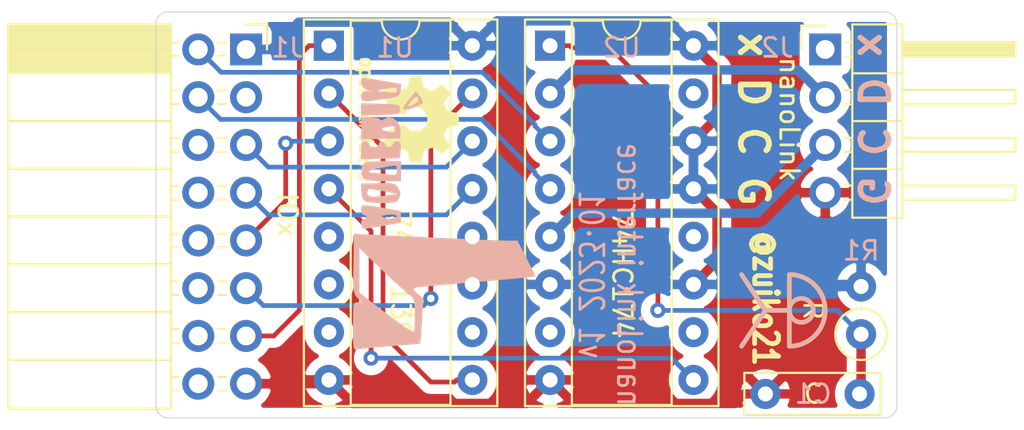
<source format=kicad_pcb>
(kicad_pcb (version 20171130) (host pcbnew "(5.1.2-1)-1")

  (general
    (thickness 1.6)
    (drawings 18)
    (tracks 99)
    (zones 0)
    (modules 8)
    (nets 15)
  )

  (page A4)
  (layers
    (0 F.Cu signal)
    (31 B.Cu signal)
    (32 B.Adhes user)
    (33 F.Adhes user)
    (34 B.Paste user)
    (35 F.Paste user)
    (36 B.SilkS user)
    (37 F.SilkS user)
    (38 B.Mask user)
    (39 F.Mask user)
    (40 Dwgs.User user)
    (41 Cmts.User user)
    (42 Eco1.User user)
    (43 Eco2.User user)
    (44 Edge.Cuts user)
    (45 Margin user)
    (46 B.CrtYd user)
    (47 F.CrtYd user)
    (48 B.Fab user)
    (49 F.Fab user)
  )

  (setup
    (last_trace_width 0.25)
    (user_trace_width 0.5)
    (trace_clearance 0.2)
    (zone_clearance 0.508)
    (zone_45_only no)
    (trace_min 0.2)
    (via_size 0.8)
    (via_drill 0.4)
    (via_min_size 0.4)
    (via_min_drill 0.3)
    (uvia_size 0.3)
    (uvia_drill 0.1)
    (uvias_allowed no)
    (uvia_min_size 0.2)
    (uvia_min_drill 0.1)
    (edge_width 0.05)
    (segment_width 0.2)
    (pcb_text_width 0.3)
    (pcb_text_size 1.5 1.5)
    (mod_edge_width 0.12)
    (mod_text_size 1 1)
    (mod_text_width 0.15)
    (pad_size 1.524 1.524)
    (pad_drill 0.762)
    (pad_to_mask_clearance 0.051)
    (solder_mask_min_width 0.25)
    (aux_axis_origin 0 0)
    (visible_elements FFFFFF7F)
    (pcbplotparams
      (layerselection 0x010fc_ffffffff)
      (usegerberextensions false)
      (usegerberattributes false)
      (usegerberadvancedattributes false)
      (creategerberjobfile false)
      (excludeedgelayer true)
      (linewidth 0.100000)
      (plotframeref false)
      (viasonmask false)
      (mode 1)
      (useauxorigin false)
      (hpglpennumber 1)
      (hpglpenspeed 20)
      (hpglpendiameter 15.000000)
      (psnegative false)
      (psa4output false)
      (plotreference true)
      (plotvalue true)
      (plotinvisibletext false)
      (padsonsilk false)
      (subtractmaskfromsilk false)
      (outputformat 1)
      (mirror false)
      (drillshape 1)
      (scaleselection 1)
      (outputdirectory ""))
  )

  (net 0 "")
  (net 1 /~RST)
  (net 2 GND)
  (net 3 /~IOX)
  (net 4 /~BWR)
  (net 5 /BA3)
  (net 6 /BA2)
  (net 7 /BA1)
  (net 8 /PD1)
  (net 9 /PD0)
  (net 10 +5V)
  (net 11 /SERCLK)
  (net 12 /SERDAT)
  (net 13 /~SEND)
  (net 14 /~SEL)

  (net_class Default "Esta es la clase de red por defecto."
    (clearance 0.2)
    (trace_width 0.25)
    (via_dia 0.8)
    (via_drill 0.4)
    (uvia_dia 0.3)
    (uvia_drill 0.1)
    (add_net +5V)
    (add_net /BA1)
    (add_net /BA2)
    (add_net /BA3)
    (add_net /PD0)
    (add_net /PD1)
    (add_net /SERCLK)
    (add_net /SERDAT)
    (add_net /~BWR)
    (add_net /~IOX)
    (add_net /~RST)
    (add_net /~SEL)
    (add_net /~SEND)
    (add_net GND)
    (add_net "Net-(J1-Pad10)")
    (add_net "Net-(J1-Pad12)")
    (add_net "Net-(J1-Pad14)")
    (add_net "Net-(J1-Pad16)")
    (add_net "Net-(J1-Pad3)")
    (add_net "Net-(J1-Pad6)")
    (add_net "Net-(J1-Pad8)")
    (add_net "Net-(J2-Pad1)")
    (add_net "Net-(U1-Pad10)")
    (add_net "Net-(U1-Pad11)")
    (add_net "Net-(U1-Pad12)")
    (add_net "Net-(U1-Pad5)")
    (add_net "Net-(U1-Pad6)")
    (add_net "Net-(U1-Pad7)")
    (add_net "Net-(U2-Pad10)")
    (add_net "Net-(U2-Pad12)")
    (add_net "Net-(U2-Pad15)")
    (add_net "Net-(U2-Pad7)")
  )

  (module durango:jaqueria (layer B.Cu) (tedit 0) (tstamp 63C0E1E4)
    (at 27.305 23.495 90)
    (path /63CA4EFF)
    (fp_text reference LOGO2 (at 0 0 -90) (layer B.SilkS) hide
      (effects (font (size 1.524 1.524) (thickness 0.3)) (justify mirror))
    )
    (fp_text value Logo_Open_Hardware_Small (at 0.75 0 -90) (layer B.SilkS) hide
      (effects (font (size 1.524 1.524) (thickness 0.3)) (justify mirror))
    )
    (fp_poly (pts (xy 6.157678 -1.120285) (xy 6.346371 -1.24578) (xy 6.577859 -1.433228) (xy 6.152635 -1.774947)
      (xy 5.86141 -2.000114) (xy 5.695687 -2.098052) (xy 5.622733 -2.082115) (xy 5.609166 -1.996653)
      (xy 5.622353 -1.906806) (xy 5.732704 -1.906806) (xy 6.042596 -1.686143) (xy 6.230724 -1.517567)
      (xy 6.297606 -1.384584) (xy 6.292081 -1.36774) (xy 6.148432 -1.269557) (xy 5.98683 -1.355581)
      (xy 5.852888 -1.588403) (xy 5.732704 -1.906806) (xy 5.622353 -1.906806) (xy 5.645627 -1.748238)
      (xy 5.735316 -1.461532) (xy 5.848694 -1.210361) (xy 5.956218 -1.068555) (xy 5.98461 -1.058333)
      (xy 6.157678 -1.120285)) (layer B.SilkS) (width 0.01))
    (fp_poly (pts (xy 7.082901 -2.931055) (xy 7.155609 -3.359023) (xy 7.223639 -3.755365) (xy 7.266867 -4.003525)
      (xy 7.295525 -4.239873) (xy 7.235902 -4.327085) (xy 7.044783 -4.322837) (xy 7.028982 -4.321025)
      (xy 6.77001 -4.223492) (xy 6.655776 -4.021666) (xy 6.582765 -3.757083) (xy 6.572216 -4.048125)
      (xy 6.527233 -4.263648) (xy 6.374916 -4.335971) (xy 6.297083 -4.339166) (xy 6.095598 -4.295236)
      (xy 6.038864 -4.12982) (xy 6.039142 -4.101041) (xy 6.058616 -3.88191) (xy 6.103714 -3.527084)
      (xy 6.165069 -3.109621) (xy 6.171433 -3.069166) (xy 6.235679 -2.685656) (xy 6.503194 -2.685656)
      (xy 6.537094 -3.01625) (xy 6.599126 -3.545416) (xy 6.715043 -3.01625) (xy 6.774715 -2.692565)
      (xy 6.769646 -2.521621) (xy 6.69747 -2.453888) (xy 6.68803 -2.451269) (xy 6.565436 -2.43595)
      (xy 6.507777 -2.49928) (xy 6.503194 -2.685656) (xy 6.235679 -2.685656) (xy 6.238839 -2.666796)
      (xy 6.299825 -2.42802) (xy 6.379703 -2.307158) (xy 6.503788 -2.25853) (xy 6.629163 -2.243138)
      (xy 6.961244 -2.21086) (xy 7.082901 -2.931055)) (layer B.SilkS) (width 0.01))
    (fp_poly (pts (xy 5.730677 -2.282963) (xy 5.809171 -2.331678) (xy 5.855823 -2.460671) (xy 5.881812 -2.709053)
      (xy 5.898313 -3.115934) (xy 5.90404 -3.307291) (xy 5.934331 -4.339166) (xy 5.284001 -4.339166)
      (xy 5.314292 -3.307291) (xy 5.330113 -2.834263) (xy 5.351427 -2.533715) (xy 5.389409 -2.366537)
      (xy 5.455237 -2.293617) (xy 5.560088 -2.275845) (xy 5.609166 -2.275416) (xy 5.730677 -2.282963)) (layer B.SilkS) (width 0.01))
    (fp_poly (pts (xy 4.706056 -2.275684) (xy 4.977181 -2.429451) (xy 5.150459 -2.656933) (xy 5.190506 -2.912499)
      (xy 5.070778 -3.141888) (xy 5.012959 -3.269637) (xy 5.070778 -3.32805) (xy 5.141245 -3.469127)
      (xy 5.181891 -3.739333) (xy 5.185833 -3.861603) (xy 5.185833 -4.324047) (xy 4.014184 -4.324047)
      (xy 4.044383 -3.299732) (xy 4.061608 -2.715468) (xy 4.381263 -2.715468) (xy 4.404699 -2.831041)
      (xy 4.492791 -3.149287) (xy 4.562753 -3.260108) (xy 4.6262 -3.165645) (xy 4.691735 -2.883958)
      (xy 4.718257 -2.647593) (xy 4.656292 -2.553398) (xy 4.546171 -2.54) (xy 4.401836 -2.573807)
      (xy 4.381263 -2.715468) (xy 4.061608 -2.715468) (xy 4.074583 -2.275416) (xy 4.372465 -2.241268)
      (xy 4.706056 -2.275684)) (layer B.SilkS) (width 0.01))
    (fp_poly (pts (xy 3.881484 -2.282478) (xy 3.915595 -2.407834) (xy 3.915833 -2.428081) (xy 3.851076 -2.605228)
      (xy 3.757083 -2.645833) (xy 3.627798 -2.734066) (xy 3.598333 -2.8575) (xy 3.664507 -3.02988)
      (xy 3.757083 -3.069166) (xy 3.897393 -3.153882) (xy 3.915833 -3.227916) (xy 3.831117 -3.368227)
      (xy 3.757083 -3.386666) (xy 3.629404 -3.478667) (xy 3.598333 -3.65125) (xy 3.653534 -3.864048)
      (xy 3.757083 -3.915833) (xy 3.886368 -4.004066) (xy 3.915833 -4.1275) (xy 3.884941 -4.259362)
      (xy 3.756443 -4.321983) (xy 3.476608 -4.339052) (xy 3.43575 -4.339166) (xy 2.955668 -4.339166)
      (xy 3.01625 -2.275416) (xy 3.466041 -2.242873) (xy 3.750336 -2.235192) (xy 3.881484 -2.282478)) (layer B.SilkS) (width 0.01))
    (fp_poly (pts (xy 2.8575 -3.153833) (xy 2.842254 -3.669679) (xy 2.798797 -4.031938) (xy 2.730547 -4.212119)
      (xy 2.7305 -4.212166) (xy 2.501285 -4.318316) (xy 2.203022 -4.326408) (xy 1.954244 -4.236442)
      (xy 1.926166 -4.212166) (xy 1.857902 -4.032103) (xy 1.81443 -3.669944) (xy 1.799166 -3.154182)
      (xy 1.799166 -2.703513) (xy 2.127117 -2.703513) (xy 2.155198 -2.925187) (xy 2.196676 -3.28124)
      (xy 2.220366 -3.58814) (xy 2.2225 -3.666021) (xy 2.25305 -3.874929) (xy 2.325156 -3.901757)
      (xy 2.409499 -3.763875) (xy 2.470742 -3.518958) (xy 2.534762 -3.144197) (xy 2.601459 -2.787491)
      (xy 2.603331 -2.778125) (xy 2.634727 -2.544063) (xy 2.570636 -2.450727) (xy 2.380093 -2.434166)
      (xy 2.204685 -2.4455) (xy 2.128875 -2.516688) (xy 2.127117 -2.703513) (xy 1.799166 -2.703513)
      (xy 1.799166 -2.2225) (xy 2.8575 -2.2225) (xy 2.8575 -3.153833)) (layer B.SilkS) (width 0.01))
    (fp_poly (pts (xy 1.363662 -2.330981) (xy 1.431416 -2.373264) (xy 1.565582 -2.472816) (xy 1.645355 -2.588887)
      (xy 1.682526 -2.772516) (xy 1.688887 -3.07474) (xy 1.679392 -3.44661) (xy 1.651447 -4.339166)
      (xy 1.328432 -4.335948) (xy 1.031239 -4.298704) (xy 0.820208 -4.224856) (xy 0.724273 -4.131351)
      (xy 0.667447 -3.958065) (xy 0.647933 -3.739403) (xy 0.959854 -3.739403) (xy 1.009251 -3.941016)
      (xy 1.123608 -4.018549) (xy 1.164166 -4.021666) (xy 1.336014 -3.97) (xy 1.375833 -3.898044)
      (xy 1.357838 -3.736072) (xy 1.310795 -3.433412) (xy 1.248865 -3.077835) (xy 1.121897 -2.38125)
      (xy 1.045043 -2.8575) (xy 0.972692 -3.3871) (xy 0.959854 -3.739403) (xy 0.647933 -3.739403)
      (xy 0.640739 -3.658799) (xy 0.635 -3.273305) (xy 0.639467 -2.849806) (xy 0.661837 -2.588195)
      (xy 0.715559 -2.438738) (xy 0.814085 -2.351703) (xy 0.895247 -2.311051) (xy 1.132785 -2.249932)
      (xy 1.363662 -2.330981)) (layer B.SilkS) (width 0.01))
    (fp_poly (pts (xy 0.117365 -2.230182) (xy 0.211793 -2.248686) (xy 0.211811 -2.248958) (xy 0.228945 -2.357769)
      (xy 0.274571 -2.625633) (xy 0.340234 -3.003186) (xy 0.370416 -3.175) (xy 0.457773 -3.680108)
      (xy 0.505109 -4.012773) (xy 0.509151 -4.209008) (xy 0.466624 -4.30482) (xy 0.374255 -4.336222)
      (xy 0.264583 -4.339166) (xy 0.051785 -4.283965) (xy 0 -4.180416) (xy -0.057147 -4.039576)
      (xy -0.105834 -4.021666) (xy -0.199727 -4.107387) (xy -0.211667 -4.180416) (xy -0.303668 -4.308095)
      (xy -0.47625 -4.339166) (xy -0.674926 -4.293977) (xy -0.740689 -4.206875) (xy -0.723126 -4.047297)
      (xy -0.676439 -3.736656) (xy -0.609415 -3.332131) (xy -0.582084 -3.175) (xy -0.510741 -2.767224)
      (xy -0.50645 -2.742284) (xy -0.210866 -2.742284) (xy -0.179157 -3.012761) (xy -0.147428 -3.113427)
      (xy -0.080206 -3.253546) (xy -0.035073 -3.230844) (xy 0.00067 -3.025692) (xy 0.018138 -2.8575)
      (xy 0.020618 -2.557346) (xy -0.050511 -2.438043) (xy -0.076579 -2.434166) (xy -0.174016 -2.523937)
      (xy -0.210866 -2.742284) (xy -0.50645 -2.742284) (xy -0.456031 -2.449262) (xy -0.426409 -2.270478)
      (xy -0.423479 -2.248958) (xy -0.331184 -2.230361) (xy -0.109092 -2.222501) (xy -0.105834 -2.2225)
      (xy 0.117365 -2.230182)) (layer B.SilkS) (width 0.01))
    (fp_poly (pts (xy -2.321967 4.450681) (xy -1.377247 3.96875) (xy -1.375644 3.439584) (xy -1.370273 3.201699)
      (xy -1.355846 2.78356) (xy -1.333645 2.216328) (xy -1.304949 1.531163) (xy -1.271041 0.759224)
      (xy -1.233201 -0.068327) (xy -1.219025 -0.370416) (xy -1.179356 -1.210275) (xy -1.141814 -2.005609)
      (xy -1.107869 -2.725252) (xy -1.078989 -3.338043) (xy -1.056644 -3.812816) (xy -1.042304 -4.118407)
      (xy -1.039411 -4.180416) (xy -1.014812 -4.709583) (xy -2.587681 -4.738965) (xy -3.198563 -4.7487)
      (xy -3.63485 -4.748602) (xy -3.93354 -4.734532) (xy -4.131628 -4.702354) (xy -4.266111 -4.647928)
      (xy -4.373983 -4.567119) (xy -4.408609 -4.535308) (xy -4.656667 -4.30227) (xy -4.656667 -4.532385)
      (xy -4.665762 -4.629316) (xy -4.716512 -4.694325) (xy -4.844119 -4.733778) (xy -5.083784 -4.754044)
      (xy -5.470707 -4.761492) (xy -5.928684 -4.7625) (xy -6.463921 -4.761267) (xy -6.821322 -4.753173)
      (xy -7.034716 -4.731622) (xy -7.137931 -4.690017) (xy -7.164799 -4.621763) (xy -7.150023 -4.524375)
      (xy -7.123687 -4.336101) (xy -7.086016 -3.981865) (xy -7.041396 -3.506785) (xy -6.994211 -2.955981)
      (xy -6.977744 -2.751666) (xy -6.93379 -2.20812) (xy -6.894809 -1.746843) (xy -6.876894 -1.547601)
      (xy -6.244167 -1.547601) (xy -6.18373 -1.670447) (xy -6.019404 -1.925084) (xy -5.77667 -2.275773)
      (xy -5.481008 -2.686773) (xy -5.157896 -3.122344) (xy -4.832816 -3.546747) (xy -4.687845 -3.730625)
      (xy -4.118377 -4.445) (xy -1.762271 -4.445) (xy -1.989552 -4.206875) (xy -2.153118 -4.035632)
      (xy -2.423432 -3.752766) (xy -2.760961 -3.39964) (xy -3.07689 -3.069166) (xy -3.447581 -2.675844)
      (xy -3.789984 -2.302547) (xy -4.0619 -1.995852) (xy -4.203534 -1.825625) (xy -4.342046 -1.657871)
      (xy -4.474736 -1.55606) (xy -4.656819 -1.503732) (xy -4.943508 -1.484422) (xy -5.357145 -1.481666)
      (xy -5.760551 -1.488926) (xy -6.067994 -1.50828) (xy -6.230542 -1.536091) (xy -6.244167 -1.547601)
      (xy -6.876894 -1.547601) (xy -6.86411 -1.405427) (xy -6.845001 -1.221462) (xy -6.841196 -1.200153)
      (xy -6.736366 -1.187132) (xy -6.4632 -1.164646) (xy -6.064644 -1.135989) (xy -5.641452 -1.108102)
      (xy -4.456654 -1.032982) (xy -4.194002 -1.336699) (xy -4.012784 -1.520018) (xy -3.913349 -1.5409)
      (xy -3.879086 -1.481666) (xy -3.856154 -1.335941) (xy -3.81919 -1.009735) (xy -3.771176 -0.533548)
      (xy -3.715099 0.062117) (xy -3.653943 0.746762) (xy -3.604637 1.322917) (xy -3.5405 2.078456)
      (xy -3.478831 2.789723) (xy -3.422805 3.421258) (xy -3.375599 3.937598) (xy -3.340387 4.303284)
      (xy -3.32457 4.450681) (xy -3.266687 4.932611) (xy -2.321967 4.450681)) (layer B.SilkS) (width 0.01))
  )

  (module Symbol:OSHW-Logo2_7.3x6mm_SilkScreen (layer F.Cu) (tedit 0) (tstamp 63C0D9FD)
    (at 25.4 18.415 270)
    (descr "Open Source Hardware Symbol")
    (tags "Logo Symbol OSHW")
    (path /63CA2C58)
    (attr virtual)
    (fp_text reference LOGO1 (at 0 0 90) (layer F.SilkS) hide
      (effects (font (size 1 1) (thickness 0.15)))
    )
    (fp_text value Logo_Open_Hardware_Small (at 0.75 0 90) (layer F.Fab) hide
      (effects (font (size 1 1) (thickness 0.15)))
    )
    (fp_poly (pts (xy 0.10391 -2.757652) (xy 0.182454 -2.757222) (xy 0.239298 -2.756058) (xy 0.278105 -2.753793)
      (xy 0.302538 -2.75006) (xy 0.316262 -2.744494) (xy 0.32294 -2.736727) (xy 0.326236 -2.726395)
      (xy 0.326556 -2.725057) (xy 0.331562 -2.700921) (xy 0.340829 -2.653299) (xy 0.353392 -2.587259)
      (xy 0.368287 -2.507872) (xy 0.384551 -2.420204) (xy 0.385119 -2.417125) (xy 0.40141 -2.331211)
      (xy 0.416652 -2.255304) (xy 0.429861 -2.193955) (xy 0.440054 -2.151718) (xy 0.446248 -2.133145)
      (xy 0.446543 -2.132816) (xy 0.464788 -2.123747) (xy 0.502405 -2.108633) (xy 0.551271 -2.090738)
      (xy 0.551543 -2.090642) (xy 0.613093 -2.067507) (xy 0.685657 -2.038035) (xy 0.754057 -2.008403)
      (xy 0.757294 -2.006938) (xy 0.868702 -1.956374) (xy 1.115399 -2.12484) (xy 1.191077 -2.176197)
      (xy 1.259631 -2.222111) (xy 1.317088 -2.25997) (xy 1.359476 -2.287163) (xy 1.382825 -2.301079)
      (xy 1.385042 -2.302111) (xy 1.40201 -2.297516) (xy 1.433701 -2.275345) (xy 1.481352 -2.234553)
      (xy 1.546198 -2.174095) (xy 1.612397 -2.109773) (xy 1.676214 -2.046388) (xy 1.733329 -1.988549)
      (xy 1.780305 -1.939825) (xy 1.813703 -1.90379) (xy 1.830085 -1.884016) (xy 1.830694 -1.882998)
      (xy 1.832505 -1.869428) (xy 1.825683 -1.847267) (xy 1.80854 -1.813522) (xy 1.779393 -1.7652)
      (xy 1.736555 -1.699308) (xy 1.679448 -1.614483) (xy 1.628766 -1.539823) (xy 1.583461 -1.47286)
      (xy 1.54615 -1.417484) (xy 1.519452 -1.37758) (xy 1.505985 -1.357038) (xy 1.505137 -1.355644)
      (xy 1.506781 -1.335962) (xy 1.519245 -1.297707) (xy 1.540048 -1.248111) (xy 1.547462 -1.232272)
      (xy 1.579814 -1.16171) (xy 1.614328 -1.081647) (xy 1.642365 -1.012371) (xy 1.662568 -0.960955)
      (xy 1.678615 -0.921881) (xy 1.687888 -0.901459) (xy 1.689041 -0.899886) (xy 1.706096 -0.897279)
      (xy 1.746298 -0.890137) (xy 1.804302 -0.879477) (xy 1.874763 -0.866315) (xy 1.952335 -0.851667)
      (xy 2.031672 -0.836551) (xy 2.107431 -0.821982) (xy 2.174264 -0.808978) (xy 2.226828 -0.798555)
      (xy 2.259776 -0.79173) (xy 2.267857 -0.789801) (xy 2.276205 -0.785038) (xy 2.282506 -0.774282)
      (xy 2.287045 -0.753902) (xy 2.290104 -0.720266) (xy 2.291967 -0.669745) (xy 2.292918 -0.598708)
      (xy 2.29324 -0.503524) (xy 2.293257 -0.464508) (xy 2.293257 -0.147201) (xy 2.217057 -0.132161)
      (xy 2.174663 -0.124005) (xy 2.1114 -0.112101) (xy 2.034962 -0.097884) (xy 1.953043 -0.08279)
      (xy 1.9304 -0.078645) (xy 1.854806 -0.063947) (xy 1.788953 -0.049495) (xy 1.738366 -0.036625)
      (xy 1.708574 -0.026678) (xy 1.703612 -0.023713) (xy 1.691426 -0.002717) (xy 1.673953 0.037967)
      (xy 1.654577 0.090322) (xy 1.650734 0.1016) (xy 1.625339 0.171523) (xy 1.593817 0.250418)
      (xy 1.562969 0.321266) (xy 1.562817 0.321595) (xy 1.511447 0.432733) (xy 1.680399 0.681253)
      (xy 1.849352 0.929772) (xy 1.632429 1.147058) (xy 1.566819 1.211726) (xy 1.506979 1.268733)
      (xy 1.456267 1.315033) (xy 1.418046 1.347584) (xy 1.395675 1.363343) (xy 1.392466 1.364343)
      (xy 1.373626 1.356469) (xy 1.33518 1.334578) (xy 1.28133 1.301267) (xy 1.216276 1.259131)
      (xy 1.14594 1.211943) (xy 1.074555 1.16381) (xy 1.010908 1.121928) (xy 0.959041 1.088871)
      (xy 0.922995 1.067218) (xy 0.906867 1.059543) (xy 0.887189 1.066037) (xy 0.849875 1.08315)
      (xy 0.802621 1.107326) (xy 0.797612 1.110013) (xy 0.733977 1.141927) (xy 0.690341 1.157579)
      (xy 0.663202 1.157745) (xy 0.649057 1.143204) (xy 0.648975 1.143) (xy 0.641905 1.125779)
      (xy 0.625042 1.084899) (xy 0.599695 1.023525) (xy 0.567171 0.944819) (xy 0.528778 0.851947)
      (xy 0.485822 0.748072) (xy 0.444222 0.647502) (xy 0.398504 0.536516) (xy 0.356526 0.433703)
      (xy 0.319548 0.342215) (xy 0.288827 0.265201) (xy 0.265622 0.205815) (xy 0.25119 0.167209)
      (xy 0.246743 0.1528) (xy 0.257896 0.136272) (xy 0.287069 0.10993) (xy 0.325971 0.080887)
      (xy 0.436757 -0.010961) (xy 0.523351 -0.116241) (xy 0.584716 -0.232734) (xy 0.619815 -0.358224)
      (xy 0.627608 -0.490493) (xy 0.621943 -0.551543) (xy 0.591078 -0.678205) (xy 0.53792 -0.790059)
      (xy 0.465767 -0.885999) (xy 0.377917 -0.964924) (xy 0.277665 -1.02573) (xy 0.16831 -1.067313)
      (xy 0.053147 -1.088572) (xy -0.064525 -1.088401) (xy -0.18141 -1.065699) (xy -0.294211 -1.019362)
      (xy -0.399631 -0.948287) (xy -0.443632 -0.908089) (xy -0.528021 -0.804871) (xy -0.586778 -0.692075)
      (xy -0.620296 -0.57299) (xy -0.628965 -0.450905) (xy -0.613177 -0.329107) (xy -0.573322 -0.210884)
      (xy -0.509793 -0.099525) (xy -0.422979 0.001684) (xy -0.325971 0.080887) (xy -0.285563 0.111162)
      (xy -0.257018 0.137219) (xy -0.246743 0.152825) (xy -0.252123 0.169843) (xy -0.267425 0.2105)
      (xy -0.291388 0.271642) (xy -0.322756 0.350119) (xy -0.360268 0.44278) (xy -0.402667 0.546472)
      (xy -0.444337 0.647526) (xy -0.49031 0.758607) (xy -0.532893 0.861541) (xy -0.570779 0.953165)
      (xy -0.60266 1.030316) (xy -0.627229 1.089831) (xy -0.64318 1.128544) (xy -0.64909 1.143)
      (xy -0.663052 1.157685) (xy -0.69006 1.157642) (xy -0.733587 1.142099) (xy -0.79711 1.110284)
      (xy -0.797612 1.110013) (xy -0.84544 1.085323) (xy -0.884103 1.067338) (xy -0.905905 1.059614)
      (xy -0.906867 1.059543) (xy -0.923279 1.067378) (xy -0.959513 1.089165) (xy -1.011526 1.122328)
      (xy -1.075275 1.164291) (xy -1.14594 1.211943) (xy -1.217884 1.260191) (xy -1.282726 1.302151)
      (xy -1.336265 1.335227) (xy -1.374303 1.356821) (xy -1.392467 1.364343) (xy -1.409192 1.354457)
      (xy -1.44282 1.326826) (xy -1.48999 1.284495) (xy -1.547342 1.230505) (xy -1.611516 1.167899)
      (xy -1.632503 1.146983) (xy -1.849501 0.929623) (xy -1.684332 0.68722) (xy -1.634136 0.612781)
      (xy -1.590081 0.545972) (xy -1.554638 0.490665) (xy -1.530281 0.450729) (xy -1.519478 0.430036)
      (xy -1.519162 0.428563) (xy -1.524857 0.409058) (xy -1.540174 0.369822) (xy -1.562463 0.31743)
      (xy -1.578107 0.282355) (xy -1.607359 0.215201) (xy -1.634906 0.147358) (xy -1.656263 0.090034)
      (xy -1.662065 0.072572) (xy -1.678548 0.025938) (xy -1.69466 -0.010095) (xy -1.70351 -0.023713)
      (xy -1.72304 -0.032048) (xy -1.765666 -0.043863) (xy -1.825855 -0.057819) (xy -1.898078 -0.072578)
      (xy -1.9304 -0.078645) (xy -2.012478 -0.093727) (xy -2.091205 -0.108331) (xy -2.158891 -0.12102)
      (xy -2.20784 -0.130358) (xy -2.217057 -0.132161) (xy -2.293257 -0.147201) (xy -2.293257 -0.464508)
      (xy -2.293086 -0.568846) (xy -2.292384 -0.647787) (xy -2.290866 -0.704962) (xy -2.288251 -0.744001)
      (xy -2.284254 -0.768535) (xy -2.278591 -0.782195) (xy -2.27098 -0.788611) (xy -2.267857 -0.789801)
      (xy -2.249022 -0.79402) (xy -2.207412 -0.802438) (xy -2.14837 -0.814039) (xy -2.077243 -0.827805)
      (xy -1.999375 -0.84272) (xy -1.920113 -0.857768) (xy -1.844802 -0.871931) (xy -1.778787 -0.884194)
      (xy -1.727413 -0.893539) (xy -1.696025 -0.89895) (xy -1.689041 -0.899886) (xy -1.682715 -0.912404)
      (xy -1.66871 -0.945754) (xy -1.649645 -0.993623) (xy -1.642366 -1.012371) (xy -1.613004 -1.084805)
      (xy -1.578429 -1.16483) (xy -1.547463 -1.232272) (xy -1.524677 -1.283841) (xy -1.509518 -1.326215)
      (xy -1.504458 -1.352166) (xy -1.505264 -1.355644) (xy -1.515959 -1.372064) (xy -1.54038 -1.408583)
      (xy -1.575905 -1.461313) (xy -1.619913 -1.526365) (xy -1.669783 -1.599849) (xy -1.679644 -1.614355)
      (xy -1.737508 -1.700296) (xy -1.780044 -1.765739) (xy -1.808946 -1.813696) (xy -1.82591 -1.84718)
      (xy -1.832633 -1.869205) (xy -1.83081 -1.882783) (xy -1.830764 -1.882869) (xy -1.816414 -1.900703)
      (xy -1.784677 -1.935183) (xy -1.73899 -1.982732) (xy -1.682796 -2.039778) (xy -1.619532 -2.102745)
      (xy -1.612398 -2.109773) (xy -1.53267 -2.18698) (xy -1.471143 -2.24367) (xy -1.426579 -2.28089)
      (xy -1.397743 -2.299685) (xy -1.385042 -2.302111) (xy -1.366506 -2.291529) (xy -1.328039 -2.267084)
      (xy -1.273614 -2.231388) (xy -1.207202 -2.187053) (xy -1.132775 -2.136689) (xy -1.115399 -2.12484)
      (xy -0.868703 -1.956374) (xy -0.757294 -2.006938) (xy -0.689543 -2.036405) (xy -0.616817 -2.066041)
      (xy -0.554297 -2.08967) (xy -0.551543 -2.090642) (xy -0.50264 -2.108543) (xy -0.464943 -2.12368)
      (xy -0.446575 -2.13279) (xy -0.446544 -2.132816) (xy -0.440715 -2.149283) (xy -0.430808 -2.189781)
      (xy -0.417805 -2.249758) (xy -0.402691 -2.32466) (xy -0.386448 -2.409936) (xy -0.385119 -2.417125)
      (xy -0.368825 -2.504986) (xy -0.353867 -2.58474) (xy -0.341209 -2.651319) (xy -0.331814 -2.699653)
      (xy -0.326646 -2.724675) (xy -0.326556 -2.725057) (xy -0.323411 -2.735701) (xy -0.317296 -2.743738)
      (xy -0.304547 -2.749533) (xy -0.2815 -2.753453) (xy -0.244491 -2.755865) (xy -0.189856 -2.757135)
      (xy -0.113933 -2.757629) (xy -0.013056 -2.757714) (xy 0 -2.757714) (xy 0.10391 -2.757652)) (layer F.SilkS) (width 0.01))
    (fp_poly (pts (xy 3.153595 1.966966) (xy 3.211021 2.004497) (xy 3.238719 2.038096) (xy 3.260662 2.099064)
      (xy 3.262405 2.147308) (xy 3.258457 2.211816) (xy 3.109686 2.276934) (xy 3.037349 2.310202)
      (xy 2.990084 2.336964) (xy 2.965507 2.360144) (xy 2.961237 2.382667) (xy 2.974889 2.407455)
      (xy 2.989943 2.423886) (xy 3.033746 2.450235) (xy 3.081389 2.452081) (xy 3.125145 2.431546)
      (xy 3.157289 2.390752) (xy 3.163038 2.376347) (xy 3.190576 2.331356) (xy 3.222258 2.312182)
      (xy 3.265714 2.295779) (xy 3.265714 2.357966) (xy 3.261872 2.400283) (xy 3.246823 2.435969)
      (xy 3.21528 2.476943) (xy 3.210592 2.482267) (xy 3.175506 2.51872) (xy 3.145347 2.538283)
      (xy 3.107615 2.547283) (xy 3.076335 2.55023) (xy 3.020385 2.550965) (xy 2.980555 2.54166)
      (xy 2.955708 2.527846) (xy 2.916656 2.497467) (xy 2.889625 2.464613) (xy 2.872517 2.423294)
      (xy 2.863238 2.367521) (xy 2.859693 2.291305) (xy 2.85941 2.252622) (xy 2.860372 2.206247)
      (xy 2.948007 2.206247) (xy 2.949023 2.231126) (xy 2.951556 2.2352) (xy 2.968274 2.229665)
      (xy 3.004249 2.215017) (xy 3.052331 2.19419) (xy 3.062386 2.189714) (xy 3.123152 2.158814)
      (xy 3.156632 2.131657) (xy 3.16399 2.10622) (xy 3.146391 2.080481) (xy 3.131856 2.069109)
      (xy 3.07941 2.046364) (xy 3.030322 2.050122) (xy 2.989227 2.077884) (xy 2.960758 2.127152)
      (xy 2.951631 2.166257) (xy 2.948007 2.206247) (xy 2.860372 2.206247) (xy 2.861285 2.162249)
      (xy 2.868196 2.095384) (xy 2.881884 2.046695) (xy 2.904096 2.010849) (xy 2.936574 1.982513)
      (xy 2.950733 1.973355) (xy 3.015053 1.949507) (xy 3.085473 1.948006) (xy 3.153595 1.966966)) (layer F.SilkS) (width 0.01))
    (fp_poly (pts (xy 2.6526 1.958752) (xy 2.669948 1.966334) (xy 2.711356 1.999128) (xy 2.746765 2.046547)
      (xy 2.768664 2.097151) (xy 2.772229 2.122098) (xy 2.760279 2.156927) (xy 2.734067 2.175357)
      (xy 2.705964 2.186516) (xy 2.693095 2.188572) (xy 2.686829 2.173649) (xy 2.674456 2.141175)
      (xy 2.669028 2.126502) (xy 2.63859 2.075744) (xy 2.59452 2.050427) (xy 2.53801 2.051206)
      (xy 2.533825 2.052203) (xy 2.503655 2.066507) (xy 2.481476 2.094393) (xy 2.466327 2.139287)
      (xy 2.45725 2.204615) (xy 2.453286 2.293804) (xy 2.452914 2.341261) (xy 2.45273 2.416071)
      (xy 2.451522 2.467069) (xy 2.448309 2.499471) (xy 2.442109 2.518495) (xy 2.43194 2.529356)
      (xy 2.416819 2.537272) (xy 2.415946 2.53767) (xy 2.386828 2.549981) (xy 2.372403 2.554514)
      (xy 2.370186 2.540809) (xy 2.368289 2.502925) (xy 2.366847 2.445715) (xy 2.365998 2.374027)
      (xy 2.365829 2.321565) (xy 2.366692 2.220047) (xy 2.37007 2.143032) (xy 2.377142 2.086023)
      (xy 2.389088 2.044526) (xy 2.40709 2.014043) (xy 2.432327 1.99008) (xy 2.457247 1.973355)
      (xy 2.517171 1.951097) (xy 2.586911 1.946076) (xy 2.6526 1.958752)) (layer F.SilkS) (width 0.01))
    (fp_poly (pts (xy 2.144876 1.956335) (xy 2.186667 1.975344) (xy 2.219469 1.998378) (xy 2.243503 2.024133)
      (xy 2.260097 2.057358) (xy 2.270577 2.1028) (xy 2.276271 2.165207) (xy 2.278507 2.249327)
      (xy 2.278743 2.304721) (xy 2.278743 2.520826) (xy 2.241774 2.53767) (xy 2.212656 2.549981)
      (xy 2.198231 2.554514) (xy 2.195472 2.541025) (xy 2.193282 2.504653) (xy 2.191942 2.451542)
      (xy 2.191657 2.409372) (xy 2.190434 2.348447) (xy 2.187136 2.300115) (xy 2.182321 2.270518)
      (xy 2.178496 2.264229) (xy 2.152783 2.270652) (xy 2.112418 2.287125) (xy 2.065679 2.309458)
      (xy 2.020845 2.333457) (xy 1.986193 2.35493) (xy 1.970002 2.369685) (xy 1.969938 2.369845)
      (xy 1.97133 2.397152) (xy 1.983818 2.423219) (xy 2.005743 2.444392) (xy 2.037743 2.451474)
      (xy 2.065092 2.450649) (xy 2.103826 2.450042) (xy 2.124158 2.459116) (xy 2.136369 2.483092)
      (xy 2.137909 2.487613) (xy 2.143203 2.521806) (xy 2.129047 2.542568) (xy 2.092148 2.552462)
      (xy 2.052289 2.554292) (xy 1.980562 2.540727) (xy 1.943432 2.521355) (xy 1.897576 2.475845)
      (xy 1.873256 2.419983) (xy 1.871073 2.360957) (xy 1.891629 2.305953) (xy 1.922549 2.271486)
      (xy 1.95342 2.252189) (xy 2.001942 2.227759) (xy 2.058485 2.202985) (xy 2.06791 2.199199)
      (xy 2.130019 2.171791) (xy 2.165822 2.147634) (xy 2.177337 2.123619) (xy 2.16658 2.096635)
      (xy 2.148114 2.075543) (xy 2.104469 2.049572) (xy 2.056446 2.047624) (xy 2.012406 2.067637)
      (xy 1.980709 2.107551) (xy 1.976549 2.117848) (xy 1.952327 2.155724) (xy 1.916965 2.183842)
      (xy 1.872343 2.206917) (xy 1.872343 2.141485) (xy 1.874969 2.101506) (xy 1.88623 2.069997)
      (xy 1.911199 2.036378) (xy 1.935169 2.010484) (xy 1.972441 1.973817) (xy 2.001401 1.954121)
      (xy 2.032505 1.94622) (xy 2.067713 1.944914) (xy 2.144876 1.956335)) (layer F.SilkS) (width 0.01))
    (fp_poly (pts (xy 1.779833 1.958663) (xy 1.782048 1.99685) (xy 1.783784 2.054886) (xy 1.784899 2.12818)
      (xy 1.785257 2.205055) (xy 1.785257 2.465196) (xy 1.739326 2.511127) (xy 1.707675 2.539429)
      (xy 1.67989 2.550893) (xy 1.641915 2.550168) (xy 1.62684 2.548321) (xy 1.579726 2.542948)
      (xy 1.540756 2.539869) (xy 1.531257 2.539585) (xy 1.499233 2.541445) (xy 1.453432 2.546114)
      (xy 1.435674 2.548321) (xy 1.392057 2.551735) (xy 1.362745 2.54432) (xy 1.33368 2.521427)
      (xy 1.323188 2.511127) (xy 1.277257 2.465196) (xy 1.277257 1.978602) (xy 1.314226 1.961758)
      (xy 1.346059 1.949282) (xy 1.364683 1.944914) (xy 1.369458 1.958718) (xy 1.373921 1.997286)
      (xy 1.377775 2.056356) (xy 1.380722 2.131663) (xy 1.382143 2.195286) (xy 1.386114 2.445657)
      (xy 1.420759 2.450556) (xy 1.452268 2.447131) (xy 1.467708 2.436041) (xy 1.472023 2.415308)
      (xy 1.475708 2.371145) (xy 1.478469 2.309146) (xy 1.480012 2.234909) (xy 1.480235 2.196706)
      (xy 1.480457 1.976783) (xy 1.526166 1.960849) (xy 1.558518 1.950015) (xy 1.576115 1.944962)
      (xy 1.576623 1.944914) (xy 1.578388 1.958648) (xy 1.580329 1.99673) (xy 1.582282 2.054482)
      (xy 1.584084 2.127227) (xy 1.585343 2.195286) (xy 1.589314 2.445657) (xy 1.6764 2.445657)
      (xy 1.680396 2.21724) (xy 1.684392 1.988822) (xy 1.726847 1.966868) (xy 1.758192 1.951793)
      (xy 1.776744 1.944951) (xy 1.777279 1.944914) (xy 1.779833 1.958663)) (layer F.SilkS) (width 0.01))
    (fp_poly (pts (xy 1.190117 2.065358) (xy 1.189933 2.173837) (xy 1.189219 2.257287) (xy 1.187675 2.319704)
      (xy 1.185001 2.365085) (xy 1.180894 2.397429) (xy 1.175055 2.420733) (xy 1.167182 2.438995)
      (xy 1.161221 2.449418) (xy 1.111855 2.505945) (xy 1.049264 2.541377) (xy 0.980013 2.55409)
      (xy 0.910668 2.542463) (xy 0.869375 2.521568) (xy 0.826025 2.485422) (xy 0.796481 2.441276)
      (xy 0.778655 2.383462) (xy 0.770463 2.306313) (xy 0.769302 2.249714) (xy 0.769458 2.245647)
      (xy 0.870857 2.245647) (xy 0.871476 2.31055) (xy 0.874314 2.353514) (xy 0.88084 2.381622)
      (xy 0.892523 2.401953) (xy 0.906483 2.417288) (xy 0.953365 2.44689) (xy 1.003701 2.449419)
      (xy 1.051276 2.424705) (xy 1.054979 2.421356) (xy 1.070783 2.403935) (xy 1.080693 2.383209)
      (xy 1.086058 2.352362) (xy 1.088228 2.304577) (xy 1.088571 2.251748) (xy 1.087827 2.185381)
      (xy 1.084748 2.141106) (xy 1.078061 2.112009) (xy 1.066496 2.091173) (xy 1.057013 2.080107)
      (xy 1.01296 2.052198) (xy 0.962224 2.048843) (xy 0.913796 2.070159) (xy 0.90445 2.078073)
      (xy 0.88854 2.095647) (xy 0.87861 2.116587) (xy 0.873278 2.147782) (xy 0.871163 2.196122)
      (xy 0.870857 2.245647) (xy 0.769458 2.245647) (xy 0.77281 2.158568) (xy 0.784726 2.090086)
      (xy 0.807135 2.0386) (xy 0.842124 1.998443) (xy 0.869375 1.977861) (xy 0.918907 1.955625)
      (xy 0.976316 1.945304) (xy 1.029682 1.948067) (xy 1.059543 1.959212) (xy 1.071261 1.962383)
      (xy 1.079037 1.950557) (xy 1.084465 1.918866) (xy 1.088571 1.870593) (xy 1.093067 1.816829)
      (xy 1.099313 1.784482) (xy 1.110676 1.765985) (xy 1.130528 1.75377) (xy 1.143 1.748362)
      (xy 1.190171 1.728601) (xy 1.190117 2.065358)) (layer F.SilkS) (width 0.01))
    (fp_poly (pts (xy 0.529926 1.949755) (xy 0.595858 1.974084) (xy 0.649273 2.017117) (xy 0.670164 2.047409)
      (xy 0.692939 2.102994) (xy 0.692466 2.143186) (xy 0.668562 2.170217) (xy 0.659717 2.174813)
      (xy 0.62153 2.189144) (xy 0.602028 2.185472) (xy 0.595422 2.161407) (xy 0.595086 2.148114)
      (xy 0.582992 2.09921) (xy 0.551471 2.064999) (xy 0.507659 2.048476) (xy 0.458695 2.052634)
      (xy 0.418894 2.074227) (xy 0.40545 2.086544) (xy 0.395921 2.101487) (xy 0.389485 2.124075)
      (xy 0.385317 2.159328) (xy 0.382597 2.212266) (xy 0.380502 2.287907) (xy 0.37996 2.311857)
      (xy 0.377981 2.39379) (xy 0.375731 2.451455) (xy 0.372357 2.489608) (xy 0.367006 2.513004)
      (xy 0.358824 2.526398) (xy 0.346959 2.534545) (xy 0.339362 2.538144) (xy 0.307102 2.550452)
      (xy 0.288111 2.554514) (xy 0.281836 2.540948) (xy 0.278006 2.499934) (xy 0.2766 2.430999)
      (xy 0.277598 2.333669) (xy 0.277908 2.318657) (xy 0.280101 2.229859) (xy 0.282693 2.165019)
      (xy 0.286382 2.119067) (xy 0.291864 2.086935) (xy 0.299835 2.063553) (xy 0.310993 2.043852)
      (xy 0.31683 2.03541) (xy 0.350296 1.998057) (xy 0.387727 1.969003) (xy 0.392309 1.966467)
      (xy 0.459426 1.946443) (xy 0.529926 1.949755)) (layer F.SilkS) (width 0.01))
    (fp_poly (pts (xy 0.039744 1.950968) (xy 0.096616 1.972087) (xy 0.097267 1.972493) (xy 0.13244 1.99838)
      (xy 0.158407 2.028633) (xy 0.17667 2.068058) (xy 0.188732 2.121462) (xy 0.196096 2.193651)
      (xy 0.200264 2.289432) (xy 0.200629 2.303078) (xy 0.205876 2.508842) (xy 0.161716 2.531678)
      (xy 0.129763 2.54711) (xy 0.11047 2.554423) (xy 0.109578 2.554514) (xy 0.106239 2.541022)
      (xy 0.103587 2.504626) (xy 0.101956 2.451452) (xy 0.1016 2.408393) (xy 0.101592 2.338641)
      (xy 0.098403 2.294837) (xy 0.087288 2.273944) (xy 0.063501 2.272925) (xy 0.022296 2.288741)
      (xy -0.039914 2.317815) (xy -0.085659 2.341963) (xy -0.109187 2.362913) (xy -0.116104 2.385747)
      (xy -0.116114 2.386877) (xy -0.104701 2.426212) (xy -0.070908 2.447462) (xy -0.019191 2.450539)
      (xy 0.018061 2.450006) (xy 0.037703 2.460735) (xy 0.049952 2.486505) (xy 0.057002 2.519337)
      (xy 0.046842 2.537966) (xy 0.043017 2.540632) (xy 0.007001 2.55134) (xy -0.043434 2.552856)
      (xy -0.095374 2.545759) (xy -0.132178 2.532788) (xy -0.183062 2.489585) (xy -0.211986 2.429446)
      (xy -0.217714 2.382462) (xy -0.213343 2.340082) (xy -0.197525 2.305488) (xy -0.166203 2.274763)
      (xy -0.115322 2.24399) (xy -0.040824 2.209252) (xy -0.036286 2.207288) (xy 0.030821 2.176287)
      (xy 0.072232 2.150862) (xy 0.089981 2.128014) (xy 0.086107 2.104745) (xy 0.062643 2.078056)
      (xy 0.055627 2.071914) (xy 0.00863 2.0481) (xy -0.040067 2.049103) (xy -0.082478 2.072451)
      (xy -0.110616 2.115675) (xy -0.113231 2.12416) (xy -0.138692 2.165308) (xy -0.170999 2.185128)
      (xy -0.217714 2.20477) (xy -0.217714 2.15395) (xy -0.203504 2.080082) (xy -0.161325 2.012327)
      (xy -0.139376 1.989661) (xy -0.089483 1.960569) (xy -0.026033 1.9474) (xy 0.039744 1.950968)) (layer F.SilkS) (width 0.01))
    (fp_poly (pts (xy -0.624114 1.851289) (xy -0.619861 1.910613) (xy -0.614975 1.945572) (xy -0.608205 1.96082)
      (xy -0.598298 1.961015) (xy -0.595086 1.959195) (xy -0.552356 1.946015) (xy -0.496773 1.946785)
      (xy -0.440263 1.960333) (xy -0.404918 1.977861) (xy -0.368679 2.005861) (xy -0.342187 2.037549)
      (xy -0.324001 2.077813) (xy -0.312678 2.131543) (xy -0.306778 2.203626) (xy -0.304857 2.298951)
      (xy -0.304823 2.317237) (xy -0.3048 2.522646) (xy -0.350509 2.53858) (xy -0.382973 2.54942)
      (xy -0.400785 2.554468) (xy -0.401309 2.554514) (xy -0.403063 2.540828) (xy -0.404556 2.503076)
      (xy -0.405674 2.446224) (xy -0.406303 2.375234) (xy -0.4064 2.332073) (xy -0.406602 2.246973)
      (xy -0.407642 2.185981) (xy -0.410169 2.144177) (xy -0.414836 2.116642) (xy -0.422293 2.098456)
      (xy -0.433189 2.084698) (xy -0.439993 2.078073) (xy -0.486728 2.051375) (xy -0.537728 2.049375)
      (xy -0.583999 2.071955) (xy -0.592556 2.080107) (xy -0.605107 2.095436) (xy -0.613812 2.113618)
      (xy -0.619369 2.139909) (xy -0.622474 2.179562) (xy -0.623824 2.237832) (xy -0.624114 2.318173)
      (xy -0.624114 2.522646) (xy -0.669823 2.53858) (xy -0.702287 2.54942) (xy -0.720099 2.554468)
      (xy -0.720623 2.554514) (xy -0.721963 2.540623) (xy -0.723172 2.501439) (xy -0.724199 2.4407)
      (xy -0.724998 2.362141) (xy -0.725519 2.269498) (xy -0.725714 2.166509) (xy -0.725714 1.769342)
      (xy -0.678543 1.749444) (xy -0.631371 1.729547) (xy -0.624114 1.851289)) (layer F.SilkS) (width 0.01))
    (fp_poly (pts (xy -1.831697 1.931239) (xy -1.774473 1.969735) (xy -1.730251 2.025335) (xy -1.703833 2.096086)
      (xy -1.69849 2.148162) (xy -1.699097 2.169893) (xy -1.704178 2.186531) (xy -1.718145 2.201437)
      (xy -1.745411 2.217973) (xy -1.790388 2.239498) (xy -1.857489 2.269374) (xy -1.857829 2.269524)
      (xy -1.919593 2.297813) (xy -1.970241 2.322933) (xy -2.004596 2.342179) (xy -2.017482 2.352848)
      (xy -2.017486 2.352934) (xy -2.006128 2.376166) (xy -1.979569 2.401774) (xy -1.949077 2.420221)
      (xy -1.93363 2.423886) (xy -1.891485 2.411212) (xy -1.855192 2.379471) (xy -1.837483 2.344572)
      (xy -1.820448 2.318845) (xy -1.787078 2.289546) (xy -1.747851 2.264235) (xy -1.713244 2.250471)
      (xy -1.706007 2.249714) (xy -1.697861 2.26216) (xy -1.69737 2.293972) (xy -1.703357 2.336866)
      (xy -1.714643 2.382558) (xy -1.73005 2.422761) (xy -1.730829 2.424322) (xy -1.777196 2.489062)
      (xy -1.837289 2.533097) (xy -1.905535 2.554711) (xy -1.976362 2.552185) (xy -2.044196 2.523804)
      (xy -2.047212 2.521808) (xy -2.100573 2.473448) (xy -2.13566 2.410352) (xy -2.155078 2.327387)
      (xy -2.157684 2.304078) (xy -2.162299 2.194055) (xy -2.156767 2.142748) (xy -2.017486 2.142748)
      (xy -2.015676 2.174753) (xy -2.005778 2.184093) (xy -1.981102 2.177105) (xy -1.942205 2.160587)
      (xy -1.898725 2.139881) (xy -1.897644 2.139333) (xy -1.860791 2.119949) (xy -1.846 2.107013)
      (xy -1.849647 2.093451) (xy -1.865005 2.075632) (xy -1.904077 2.049845) (xy -1.946154 2.04795)
      (xy -1.983897 2.066717) (xy -2.009966 2.102915) (xy -2.017486 2.142748) (xy -2.156767 2.142748)
      (xy -2.152806 2.106027) (xy -2.12845 2.036212) (xy -2.094544 1.987302) (xy -2.033347 1.937878)
      (xy -1.965937 1.913359) (xy -1.89712 1.911797) (xy -1.831697 1.931239)) (layer F.SilkS) (width 0.01))
    (fp_poly (pts (xy -2.958885 1.921962) (xy -2.890855 1.957733) (xy -2.840649 2.015301) (xy -2.822815 2.052312)
      (xy -2.808937 2.107882) (xy -2.801833 2.178096) (xy -2.80116 2.254727) (xy -2.806573 2.329552)
      (xy -2.81773 2.394342) (xy -2.834286 2.440873) (xy -2.839374 2.448887) (xy -2.899645 2.508707)
      (xy -2.971231 2.544535) (xy -3.048908 2.55502) (xy -3.127452 2.53881) (xy -3.149311 2.529092)
      (xy -3.191878 2.499143) (xy -3.229237 2.459433) (xy -3.232768 2.454397) (xy -3.247119 2.430124)
      (xy -3.256606 2.404178) (xy -3.26221 2.370022) (xy -3.264914 2.321119) (xy -3.265701 2.250935)
      (xy -3.265714 2.2352) (xy -3.265678 2.230192) (xy -3.120571 2.230192) (xy -3.119727 2.29643)
      (xy -3.116404 2.340386) (xy -3.109417 2.368779) (xy -3.097584 2.388325) (xy -3.091543 2.394857)
      (xy -3.056814 2.41968) (xy -3.023097 2.418548) (xy -2.989005 2.397016) (xy -2.968671 2.374029)
      (xy -2.956629 2.340478) (xy -2.949866 2.287569) (xy -2.949402 2.281399) (xy -2.948248 2.185513)
      (xy -2.960312 2.114299) (xy -2.98543 2.068194) (xy -3.02344 2.047635) (xy -3.037008 2.046514)
      (xy -3.072636 2.052152) (xy -3.097006 2.071686) (xy -3.111907 2.109042) (xy -3.119125 2.16815)
      (xy -3.120571 2.230192) (xy -3.265678 2.230192) (xy -3.265174 2.160413) (xy -3.262904 2.108159)
      (xy -3.257932 2.071949) (xy -3.249287 2.045299) (xy -3.235995 2.021722) (xy -3.233057 2.017338)
      (xy -3.183687 1.958249) (xy -3.129891 1.923947) (xy -3.064398 1.910331) (xy -3.042158 1.909665)
      (xy -2.958885 1.921962)) (layer F.SilkS) (width 0.01))
    (fp_poly (pts (xy -1.283907 1.92778) (xy -1.237328 1.954723) (xy -1.204943 1.981466) (xy -1.181258 2.009484)
      (xy -1.164941 2.043748) (xy -1.154661 2.089227) (xy -1.149086 2.150892) (xy -1.146884 2.233711)
      (xy -1.146629 2.293246) (xy -1.146629 2.512391) (xy -1.208314 2.540044) (xy -1.27 2.567697)
      (xy -1.277257 2.32767) (xy -1.280256 2.238028) (xy -1.283402 2.172962) (xy -1.287299 2.128026)
      (xy -1.292553 2.09877) (xy -1.299769 2.080748) (xy -1.30955 2.069511) (xy -1.312688 2.067079)
      (xy -1.360239 2.048083) (xy -1.408303 2.0556) (xy -1.436914 2.075543) (xy -1.448553 2.089675)
      (xy -1.456609 2.10822) (xy -1.461729 2.136334) (xy -1.464559 2.179173) (xy -1.465744 2.241895)
      (xy -1.465943 2.307261) (xy -1.465982 2.389268) (xy -1.467386 2.447316) (xy -1.472086 2.486465)
      (xy -1.482013 2.51178) (xy -1.499097 2.528323) (xy -1.525268 2.541156) (xy -1.560225 2.554491)
      (xy -1.598404 2.569007) (xy -1.593859 2.311389) (xy -1.592029 2.218519) (xy -1.589888 2.149889)
      (xy -1.586819 2.100711) (xy -1.582206 2.066198) (xy -1.575432 2.041562) (xy -1.565881 2.022016)
      (xy -1.554366 2.00477) (xy -1.49881 1.94968) (xy -1.43102 1.917822) (xy -1.357287 1.910191)
      (xy -1.283907 1.92778)) (layer F.SilkS) (width 0.01))
    (fp_poly (pts (xy -2.400256 1.919918) (xy -2.344799 1.947568) (xy -2.295852 1.99848) (xy -2.282371 2.017338)
      (xy -2.267686 2.042015) (xy -2.258158 2.068816) (xy -2.252707 2.104587) (xy -2.250253 2.156169)
      (xy -2.249714 2.224267) (xy -2.252148 2.317588) (xy -2.260606 2.387657) (xy -2.276826 2.439931)
      (xy -2.302546 2.479869) (xy -2.339503 2.512929) (xy -2.342218 2.514886) (xy -2.37864 2.534908)
      (xy -2.422498 2.544815) (xy -2.478276 2.547257) (xy -2.568952 2.547257) (xy -2.56899 2.635283)
      (xy -2.569834 2.684308) (xy -2.574976 2.713065) (xy -2.588413 2.730311) (xy -2.614142 2.744808)
      (xy -2.620321 2.747769) (xy -2.649236 2.761648) (xy -2.671624 2.770414) (xy -2.688271 2.771171)
      (xy -2.699964 2.761023) (xy -2.70749 2.737073) (xy -2.711634 2.696426) (xy -2.713185 2.636186)
      (xy -2.712929 2.553455) (xy -2.711651 2.445339) (xy -2.711252 2.413) (xy -2.709815 2.301524)
      (xy -2.708528 2.228603) (xy -2.569029 2.228603) (xy -2.568245 2.290499) (xy -2.56476 2.330997)
      (xy -2.556876 2.357708) (xy -2.542895 2.378244) (xy -2.533403 2.38826) (xy -2.494596 2.417567)
      (xy -2.460237 2.419952) (xy -2.424784 2.39575) (xy -2.423886 2.394857) (xy -2.409461 2.376153)
      (xy -2.400687 2.350732) (xy -2.396261 2.311584) (xy -2.394882 2.251697) (xy -2.394857 2.23843)
      (xy -2.398188 2.155901) (xy -2.409031 2.098691) (xy -2.42866 2.063766) (xy -2.45835 2.048094)
      (xy -2.475509 2.046514) (xy -2.516234 2.053926) (xy -2.544168 2.07833) (xy -2.560983 2.12298)
      (xy -2.56835 2.19113) (xy -2.569029 2.228603) (xy -2.708528 2.228603) (xy -2.708292 2.215245)
      (xy -2.706323 2.150333) (xy -2.70355 2.102958) (xy -2.699612 2.06929) (xy -2.694151 2.045498)
      (xy -2.686808 2.027753) (xy -2.677223 2.012224) (xy -2.673113 2.006381) (xy -2.618595 1.951185)
      (xy -2.549664 1.91989) (xy -2.469928 1.911165) (xy -2.400256 1.919918)) (layer F.SilkS) (width 0.01))
  )

  (module Connector_PinHeader_2.54mm:PinHeader_1x04_P2.54mm_Horizontal (layer F.Cu) (tedit 59FED5CB) (tstamp 63C0BC50)
    (at 47.625 14.695)
    (descr "Through hole angled pin header, 1x04, 2.54mm pitch, 6mm pin length, single row")
    (tags "Through hole angled pin header THT 1x04 2.54mm single row")
    (path /63C6957E)
    (fp_text reference J2 (at -2.54 -0.09 unlocked) (layer B.SilkS)
      (effects (font (size 1 1) (thickness 0.15)) (justify mirror))
    )
    (fp_text value nanoLink (at -1.905 3.72 270 unlocked) (layer F.SilkS)
      (effects (font (size 1 1) (thickness 0.15)))
    )
    (fp_text user %R (at 2.77 3.81 90) (layer F.Fab)
      (effects (font (size 1 1) (thickness 0.15)))
    )
    (fp_line (start 10.55 -1.8) (end -1.8 -1.8) (layer F.CrtYd) (width 0.05))
    (fp_line (start 10.55 9.4) (end 10.55 -1.8) (layer F.CrtYd) (width 0.05))
    (fp_line (start -1.8 9.4) (end 10.55 9.4) (layer F.CrtYd) (width 0.05))
    (fp_line (start -1.8 -1.8) (end -1.8 9.4) (layer F.CrtYd) (width 0.05))
    (fp_line (start -1.27 -1.27) (end 0 -1.27) (layer F.SilkS) (width 0.12))
    (fp_line (start -1.27 0) (end -1.27 -1.27) (layer F.SilkS) (width 0.12))
    (fp_line (start 1.042929 8) (end 1.44 8) (layer F.SilkS) (width 0.12))
    (fp_line (start 1.042929 7.24) (end 1.44 7.24) (layer F.SilkS) (width 0.12))
    (fp_line (start 10.1 8) (end 4.1 8) (layer F.SilkS) (width 0.12))
    (fp_line (start 10.1 7.24) (end 10.1 8) (layer F.SilkS) (width 0.12))
    (fp_line (start 4.1 7.24) (end 10.1 7.24) (layer F.SilkS) (width 0.12))
    (fp_line (start 1.44 6.35) (end 4.1 6.35) (layer F.SilkS) (width 0.12))
    (fp_line (start 1.042929 5.46) (end 1.44 5.46) (layer F.SilkS) (width 0.12))
    (fp_line (start 1.042929 4.7) (end 1.44 4.7) (layer F.SilkS) (width 0.12))
    (fp_line (start 10.1 5.46) (end 4.1 5.46) (layer F.SilkS) (width 0.12))
    (fp_line (start 10.1 4.7) (end 10.1 5.46) (layer F.SilkS) (width 0.12))
    (fp_line (start 4.1 4.7) (end 10.1 4.7) (layer F.SilkS) (width 0.12))
    (fp_line (start 1.44 3.81) (end 4.1 3.81) (layer F.SilkS) (width 0.12))
    (fp_line (start 1.042929 2.92) (end 1.44 2.92) (layer F.SilkS) (width 0.12))
    (fp_line (start 1.042929 2.16) (end 1.44 2.16) (layer F.SilkS) (width 0.12))
    (fp_line (start 10.1 2.92) (end 4.1 2.92) (layer F.SilkS) (width 0.12))
    (fp_line (start 10.1 2.16) (end 10.1 2.92) (layer F.SilkS) (width 0.12))
    (fp_line (start 4.1 2.16) (end 10.1 2.16) (layer F.SilkS) (width 0.12))
    (fp_line (start 1.44 1.27) (end 4.1 1.27) (layer F.SilkS) (width 0.12))
    (fp_line (start 1.11 0.38) (end 1.44 0.38) (layer F.SilkS) (width 0.12))
    (fp_line (start 1.11 -0.38) (end 1.44 -0.38) (layer F.SilkS) (width 0.12))
    (fp_line (start 4.1 0.28) (end 10.1 0.28) (layer F.SilkS) (width 0.12))
    (fp_line (start 4.1 0.16) (end 10.1 0.16) (layer F.SilkS) (width 0.12))
    (fp_line (start 4.1 0.04) (end 10.1 0.04) (layer F.SilkS) (width 0.12))
    (fp_line (start 4.1 -0.08) (end 10.1 -0.08) (layer F.SilkS) (width 0.12))
    (fp_line (start 4.1 -0.2) (end 10.1 -0.2) (layer F.SilkS) (width 0.12))
    (fp_line (start 4.1 -0.32) (end 10.1 -0.32) (layer F.SilkS) (width 0.12))
    (fp_line (start 10.1 0.38) (end 4.1 0.38) (layer F.SilkS) (width 0.12))
    (fp_line (start 10.1 -0.38) (end 10.1 0.38) (layer F.SilkS) (width 0.12))
    (fp_line (start 4.1 -0.38) (end 10.1 -0.38) (layer F.SilkS) (width 0.12))
    (fp_line (start 4.1 -1.33) (end 1.44 -1.33) (layer F.SilkS) (width 0.12))
    (fp_line (start 4.1 8.95) (end 4.1 -1.33) (layer F.SilkS) (width 0.12))
    (fp_line (start 1.44 8.95) (end 4.1 8.95) (layer F.SilkS) (width 0.12))
    (fp_line (start 1.44 -1.33) (end 1.44 8.95) (layer F.SilkS) (width 0.12))
    (fp_line (start 4.04 7.94) (end 10.04 7.94) (layer F.Fab) (width 0.1))
    (fp_line (start 10.04 7.3) (end 10.04 7.94) (layer F.Fab) (width 0.1))
    (fp_line (start 4.04 7.3) (end 10.04 7.3) (layer F.Fab) (width 0.1))
    (fp_line (start -0.32 7.94) (end 1.5 7.94) (layer F.Fab) (width 0.1))
    (fp_line (start -0.32 7.3) (end -0.32 7.94) (layer F.Fab) (width 0.1))
    (fp_line (start -0.32 7.3) (end 1.5 7.3) (layer F.Fab) (width 0.1))
    (fp_line (start 4.04 5.4) (end 10.04 5.4) (layer F.Fab) (width 0.1))
    (fp_line (start 10.04 4.76) (end 10.04 5.4) (layer F.Fab) (width 0.1))
    (fp_line (start 4.04 4.76) (end 10.04 4.76) (layer F.Fab) (width 0.1))
    (fp_line (start -0.32 5.4) (end 1.5 5.4) (layer F.Fab) (width 0.1))
    (fp_line (start -0.32 4.76) (end -0.32 5.4) (layer F.Fab) (width 0.1))
    (fp_line (start -0.32 4.76) (end 1.5 4.76) (layer F.Fab) (width 0.1))
    (fp_line (start 4.04 2.86) (end 10.04 2.86) (layer F.Fab) (width 0.1))
    (fp_line (start 10.04 2.22) (end 10.04 2.86) (layer F.Fab) (width 0.1))
    (fp_line (start 4.04 2.22) (end 10.04 2.22) (layer F.Fab) (width 0.1))
    (fp_line (start -0.32 2.86) (end 1.5 2.86) (layer F.Fab) (width 0.1))
    (fp_line (start -0.32 2.22) (end -0.32 2.86) (layer F.Fab) (width 0.1))
    (fp_line (start -0.32 2.22) (end 1.5 2.22) (layer F.Fab) (width 0.1))
    (fp_line (start 4.04 0.32) (end 10.04 0.32) (layer F.Fab) (width 0.1))
    (fp_line (start 10.04 -0.32) (end 10.04 0.32) (layer F.Fab) (width 0.1))
    (fp_line (start 4.04 -0.32) (end 10.04 -0.32) (layer F.Fab) (width 0.1))
    (fp_line (start -0.32 0.32) (end 1.5 0.32) (layer F.Fab) (width 0.1))
    (fp_line (start -0.32 -0.32) (end -0.32 0.32) (layer F.Fab) (width 0.1))
    (fp_line (start -0.32 -0.32) (end 1.5 -0.32) (layer F.Fab) (width 0.1))
    (fp_line (start 1.5 -0.635) (end 2.135 -1.27) (layer F.Fab) (width 0.1))
    (fp_line (start 1.5 8.89) (end 1.5 -0.635) (layer F.Fab) (width 0.1))
    (fp_line (start 4.04 8.89) (end 1.5 8.89) (layer F.Fab) (width 0.1))
    (fp_line (start 4.04 -1.27) (end 4.04 8.89) (layer F.Fab) (width 0.1))
    (fp_line (start 2.135 -1.27) (end 4.04 -1.27) (layer F.Fab) (width 0.1))
    (pad 4 thru_hole oval (at 0 7.62) (size 1.7 1.7) (drill 1) (layers *.Cu *.Mask)
      (net 2 GND))
    (pad 3 thru_hole oval (at 0 5.08) (size 1.7 1.7) (drill 1) (layers *.Cu *.Mask)
      (net 11 /SERCLK))
    (pad 2 thru_hole oval (at 0 2.54) (size 1.7 1.7) (drill 1) (layers *.Cu *.Mask)
      (net 12 /SERDAT))
    (pad 1 thru_hole rect (at 0 0) (size 1.7 1.7) (drill 1) (layers *.Cu *.Mask))
    (model ${KISYS3DMOD}/Connector_PinHeader_2.54mm.3dshapes/PinHeader_1x04_P2.54mm_Horizontal.wrl
      (at (xyz 0 0 0))
      (scale (xyz 1 1 1))
      (rotate (xyz 0 0 0))
    )
  )

  (module Package_DIP:DIP-16_W7.62mm_Socket (layer F.Cu) (tedit 5A02E8C5) (tstamp 63C09820)
    (at 33.005 14.495)
    (descr "16-lead though-hole mounted DIP package, row spacing 7.62 mm (300 mils), Socket")
    (tags "THT DIP DIL PDIP 2.54mm 7.62mm 300mil Socket")
    (path /63C55321)
    (fp_text reference U2 (at 3.81 0.11 unlocked) (layer B.SilkS)
      (effects (font (size 1 1) (thickness 0.15)) (justify mirror))
    )
    (fp_text value 74HC174 (at 3.825 12.175 270 unlocked) (layer F.SilkS)
      (effects (font (size 1 1) (thickness 0.15)))
    )
    (fp_line (start 9.15 -1.6) (end -1.55 -1.6) (layer F.CrtYd) (width 0.05))
    (fp_line (start 9.15 19.4) (end 9.15 -1.6) (layer F.CrtYd) (width 0.05))
    (fp_line (start -1.55 19.4) (end 9.15 19.4) (layer F.CrtYd) (width 0.05))
    (fp_line (start -1.55 -1.6) (end -1.55 19.4) (layer F.CrtYd) (width 0.05))
    (fp_line (start 8.95 -1.39) (end -1.33 -1.39) (layer F.SilkS) (width 0.12))
    (fp_line (start 8.95 19.17) (end 8.95 -1.39) (layer F.SilkS) (width 0.12))
    (fp_line (start -1.33 19.17) (end 8.95 19.17) (layer F.SilkS) (width 0.12))
    (fp_line (start -1.33 -1.39) (end -1.33 19.17) (layer F.SilkS) (width 0.12))
    (fp_line (start 6.46 -1.33) (end 4.81 -1.33) (layer F.SilkS) (width 0.12))
    (fp_line (start 6.46 19.11) (end 6.46 -1.33) (layer F.SilkS) (width 0.12))
    (fp_line (start 1.16 19.11) (end 6.46 19.11) (layer F.SilkS) (width 0.12))
    (fp_line (start 1.16 -1.33) (end 1.16 19.11) (layer F.SilkS) (width 0.12))
    (fp_line (start 2.81 -1.33) (end 1.16 -1.33) (layer F.SilkS) (width 0.12))
    (fp_line (start 8.89 -1.33) (end -1.27 -1.33) (layer F.Fab) (width 0.1))
    (fp_line (start 8.89 19.11) (end 8.89 -1.33) (layer F.Fab) (width 0.1))
    (fp_line (start -1.27 19.11) (end 8.89 19.11) (layer F.Fab) (width 0.1))
    (fp_line (start -1.27 -1.33) (end -1.27 19.11) (layer F.Fab) (width 0.1))
    (fp_line (start 0.635 -0.27) (end 1.635 -1.27) (layer F.Fab) (width 0.1))
    (fp_line (start 0.635 19.05) (end 0.635 -0.27) (layer F.Fab) (width 0.1))
    (fp_line (start 6.985 19.05) (end 0.635 19.05) (layer F.Fab) (width 0.1))
    (fp_line (start 6.985 -1.27) (end 6.985 19.05) (layer F.Fab) (width 0.1))
    (fp_line (start 1.635 -1.27) (end 6.985 -1.27) (layer F.Fab) (width 0.1))
    (fp_arc (start 3.81 -1.33) (end 2.81 -1.33) (angle -180) (layer F.SilkS) (width 0.12))
    (pad 16 thru_hole oval (at 7.62 0) (size 1.6 1.6) (drill 0.8) (layers *.Cu *.Mask)
      (net 10 +5V))
    (pad 8 thru_hole oval (at 0 17.78) (size 1.6 1.6) (drill 0.8) (layers *.Cu *.Mask)
      (net 2 GND))
    (pad 15 thru_hole oval (at 7.62 2.54) (size 1.6 1.6) (drill 0.8) (layers *.Cu *.Mask))
    (pad 7 thru_hole oval (at 0 15.24) (size 1.6 1.6) (drill 0.8) (layers *.Cu *.Mask))
    (pad 14 thru_hole oval (at 7.62 5.08) (size 1.6 1.6) (drill 0.8) (layers *.Cu *.Mask)
      (net 10 +5V))
    (pad 6 thru_hole oval (at 0 12.7) (size 1.6 1.6) (drill 0.8) (layers *.Cu *.Mask)
      (net 10 +5V))
    (pad 13 thru_hole oval (at 7.62 7.62) (size 1.6 1.6) (drill 0.8) (layers *.Cu *.Mask)
      (net 10 +5V))
    (pad 5 thru_hole oval (at 0 10.16) (size 1.6 1.6) (drill 0.8) (layers *.Cu *.Mask)
      (net 11 /SERCLK))
    (pad 12 thru_hole oval (at 7.62 10.16) (size 1.6 1.6) (drill 0.8) (layers *.Cu *.Mask))
    (pad 4 thru_hole oval (at 0 7.62) (size 1.6 1.6) (drill 0.8) (layers *.Cu *.Mask)
      (net 8 /PD1))
    (pad 11 thru_hole oval (at 7.62 12.7) (size 1.6 1.6) (drill 0.8) (layers *.Cu *.Mask)
      (net 10 +5V))
    (pad 3 thru_hole oval (at 0 5.08) (size 1.6 1.6) (drill 0.8) (layers *.Cu *.Mask)
      (net 9 /PD0))
    (pad 10 thru_hole oval (at 7.62 15.24) (size 1.6 1.6) (drill 0.8) (layers *.Cu *.Mask))
    (pad 2 thru_hole oval (at 0 2.54) (size 1.6 1.6) (drill 0.8) (layers *.Cu *.Mask)
      (net 12 /SERDAT))
    (pad 9 thru_hole oval (at 7.62 17.78) (size 1.6 1.6) (drill 0.8) (layers *.Cu *.Mask)
      (net 13 /~SEND))
    (pad 1 thru_hole rect (at 0 0) (size 1.6 1.6) (drill 0.8) (layers *.Cu *.Mask)
      (net 1 /~RST))
    (model ${KISYS3DMOD}/Package_DIP.3dshapes/DIP-16_W7.62mm_Socket.wrl
      (at (xyz 0 0 0))
      (scale (xyz 1 1 1))
      (rotate (xyz 0 0 0))
    )
  )

  (module Package_DIP:DIP-16_W7.62mm_Socket (layer F.Cu) (tedit 5A02E8C5) (tstamp 63C097F4)
    (at 21.255 14.495)
    (descr "16-lead though-hole mounted DIP package, row spacing 7.62 mm (300 mils), Socket")
    (tags "THT DIP DIL PDIP 2.54mm 7.62mm 300mil Socket")
    (path /63C53424)
    (fp_text reference U1 (at 3.51 0.11 unlocked) (layer B.SilkS)
      (effects (font (size 1 1) (thickness 0.15)) (justify mirror))
    )
    (fp_text value 74HC139 (at 3.81 12.175 270 unlocked) (layer F.SilkS)
      (effects (font (size 1 1) (thickness 0.15)))
    )
    (fp_line (start 9.15 -1.6) (end -1.55 -1.6) (layer F.CrtYd) (width 0.05))
    (fp_line (start 9.15 19.4) (end 9.15 -1.6) (layer F.CrtYd) (width 0.05))
    (fp_line (start -1.55 19.4) (end 9.15 19.4) (layer F.CrtYd) (width 0.05))
    (fp_line (start -1.55 -1.6) (end -1.55 19.4) (layer F.CrtYd) (width 0.05))
    (fp_line (start 8.95 -1.39) (end -1.33 -1.39) (layer F.SilkS) (width 0.12))
    (fp_line (start 8.95 19.17) (end 8.95 -1.39) (layer F.SilkS) (width 0.12))
    (fp_line (start -1.33 19.17) (end 8.95 19.17) (layer F.SilkS) (width 0.12))
    (fp_line (start -1.33 -1.39) (end -1.33 19.17) (layer F.SilkS) (width 0.12))
    (fp_line (start 6.46 -1.33) (end 4.81 -1.33) (layer F.SilkS) (width 0.12))
    (fp_line (start 6.46 19.11) (end 6.46 -1.33) (layer F.SilkS) (width 0.12))
    (fp_line (start 1.16 19.11) (end 6.46 19.11) (layer F.SilkS) (width 0.12))
    (fp_line (start 1.16 -1.33) (end 1.16 19.11) (layer F.SilkS) (width 0.12))
    (fp_line (start 2.81 -1.33) (end 1.16 -1.33) (layer F.SilkS) (width 0.12))
    (fp_line (start 8.89 -1.33) (end -1.27 -1.33) (layer F.Fab) (width 0.1))
    (fp_line (start 8.89 19.11) (end 8.89 -1.33) (layer F.Fab) (width 0.1))
    (fp_line (start -1.27 19.11) (end 8.89 19.11) (layer F.Fab) (width 0.1))
    (fp_line (start -1.27 -1.33) (end -1.27 19.11) (layer F.Fab) (width 0.1))
    (fp_line (start 0.635 -0.27) (end 1.635 -1.27) (layer F.Fab) (width 0.1))
    (fp_line (start 0.635 19.05) (end 0.635 -0.27) (layer F.Fab) (width 0.1))
    (fp_line (start 6.985 19.05) (end 0.635 19.05) (layer F.Fab) (width 0.1))
    (fp_line (start 6.985 -1.27) (end 6.985 19.05) (layer F.Fab) (width 0.1))
    (fp_line (start 1.635 -1.27) (end 6.985 -1.27) (layer F.Fab) (width 0.1))
    (fp_arc (start 3.81 -1.33) (end 2.81 -1.33) (angle -180) (layer F.SilkS) (width 0.12))
    (pad 16 thru_hole oval (at 7.62 0) (size 1.6 1.6) (drill 0.8) (layers *.Cu *.Mask)
      (net 10 +5V))
    (pad 8 thru_hole oval (at 0 17.78) (size 1.6 1.6) (drill 0.8) (layers *.Cu *.Mask)
      (net 2 GND))
    (pad 15 thru_hole oval (at 7.62 2.54) (size 1.6 1.6) (drill 0.8) (layers *.Cu *.Mask)
      (net 4 /~BWR))
    (pad 7 thru_hole oval (at 0 15.24) (size 1.6 1.6) (drill 0.8) (layers *.Cu *.Mask))
    (pad 14 thru_hole oval (at 7.62 5.08) (size 1.6 1.6) (drill 0.8) (layers *.Cu *.Mask)
      (net 7 /BA1))
    (pad 6 thru_hole oval (at 0 12.7) (size 1.6 1.6) (drill 0.8) (layers *.Cu *.Mask))
    (pad 13 thru_hole oval (at 7.62 7.62) (size 1.6 1.6) (drill 0.8) (layers *.Cu *.Mask)
      (net 6 /BA2))
    (pad 5 thru_hole oval (at 0 10.16) (size 1.6 1.6) (drill 0.8) (layers *.Cu *.Mask))
    (pad 12 thru_hole oval (at 7.62 10.16) (size 1.6 1.6) (drill 0.8) (layers *.Cu *.Mask))
    (pad 4 thru_hole oval (at 0 7.62) (size 1.6 1.6) (drill 0.8) (layers *.Cu *.Mask)
      (net 13 /~SEND))
    (pad 11 thru_hole oval (at 7.62 12.7) (size 1.6 1.6) (drill 0.8) (layers *.Cu *.Mask))
    (pad 3 thru_hole oval (at 0 5.08) (size 1.6 1.6) (drill 0.8) (layers *.Cu *.Mask)
      (net 5 /BA3))
    (pad 10 thru_hole oval (at 7.62 15.24) (size 1.6 1.6) (drill 0.8) (layers *.Cu *.Mask))
    (pad 2 thru_hole oval (at 0 2.54) (size 1.6 1.6) (drill 0.8) (layers *.Cu *.Mask)
      (net 14 /~SEL))
    (pad 9 thru_hole oval (at 7.62 17.78) (size 1.6 1.6) (drill 0.8) (layers *.Cu *.Mask)
      (net 14 /~SEL))
    (pad 1 thru_hole rect (at 0 0) (size 1.6 1.6) (drill 0.8) (layers *.Cu *.Mask)
      (net 3 /~IOX))
    (model ${KISYS3DMOD}/Package_DIP.3dshapes/DIP-16_W7.62mm_Socket.wrl
      (at (xyz 0 0 0))
      (scale (xyz 1 1 1))
      (rotate (xyz 0 0 0))
    )
  )

  (module Resistor_THT:R_Axial_DIN0207_L6.3mm_D2.5mm_P2.54mm_Vertical (layer F.Cu) (tedit 5AE5139B) (tstamp 63C097C8)
    (at 49.53 29.845 90)
    (descr "Resistor, Axial_DIN0207 series, Axial, Vertical, pin pitch=2.54mm, 0.25W = 1/4W, length*diameter=6.3*2.5mm^2, http://cdn-reichelt.de/documents/datenblatt/B400/1_4W%23YAG.pdf")
    (tags "Resistor Axial_DIN0207 series Axial Vertical pin pitch 2.54mm 0.25W = 1/4W length 6.3mm diameter 2.5mm")
    (path /63C8F45A)
    (fp_text reference R1 (at 4.445 0 unlocked) (layer B.SilkS)
      (effects (font (size 1 1) (thickness 0.15)) (justify mirror))
    )
    (fp_text value R (at 1.27 -2.54 270 unlocked) (layer F.SilkS)
      (effects (font (size 1 1) (thickness 0.15)))
    )
    (fp_line (start 3.59 -1.5) (end -1.5 -1.5) (layer F.CrtYd) (width 0.05))
    (fp_line (start 3.59 1.5) (end 3.59 -1.5) (layer F.CrtYd) (width 0.05))
    (fp_line (start -1.5 1.5) (end 3.59 1.5) (layer F.CrtYd) (width 0.05))
    (fp_line (start -1.5 -1.5) (end -1.5 1.5) (layer F.CrtYd) (width 0.05))
    (fp_line (start 1.37 0) (end 1.44 0) (layer F.SilkS) (width 0.12))
    (fp_line (start 0 0) (end 2.54 0) (layer F.Fab) (width 0.1))
    (fp_circle (center 0 0) (end 1.37 0) (layer F.SilkS) (width 0.12))
    (fp_circle (center 0 0) (end 1.25 0) (layer F.Fab) (width 0.1))
    (pad 2 thru_hole oval (at 2.54 0 90) (size 1.6 1.6) (drill 0.8) (layers *.Cu *.Mask)
      (net 10 +5V))
    (pad 1 thru_hole circle (at 0 0 90) (size 1.6 1.6) (drill 0.8) (layers *.Cu *.Mask)
      (net 1 /~RST))
    (model ${KISYS3DMOD}/Resistor_THT.3dshapes/R_Axial_DIN0207_L6.3mm_D2.5mm_P2.54mm_Vertical.wrl
      (at (xyz 0 0 0))
      (scale (xyz 1 1 1))
      (rotate (xyz 0 0 0))
    )
  )

  (module Connector_PinSocket_2.54mm:PinSocket_2x08_P2.54mm_Horizontal (layer F.Cu) (tedit 5A19A430) (tstamp 63C097A1)
    (at 16.855 14.695)
    (descr "Through hole angled socket strip, 2x08, 2.54mm pitch, 8.51mm socket length, double cols (from Kicad 4.0.7), script generated")
    (tags "Through hole angled socket strip THT 2x08 2.54mm double row")
    (path /63C50040)
    (fp_text reference J1 (at 2.195 -0.09 unlocked) (layer B.SilkS)
      (effects (font (size 1 1) (thickness 0.15)) (justify mirror))
    )
    (fp_text value IOx (at 2.195 8.8 270 unlocked) (layer F.SilkS)
      (effects (font (size 1 1) (thickness 0.15)))
    )
    (fp_line (start 1.8 19.55) (end 1.8 -1.8) (layer F.CrtYd) (width 0.05))
    (fp_line (start -13.05 19.55) (end 1.8 19.55) (layer F.CrtYd) (width 0.05))
    (fp_line (start -13.05 -1.8) (end -13.05 19.55) (layer F.CrtYd) (width 0.05))
    (fp_line (start 1.8 -1.8) (end -13.05 -1.8) (layer F.CrtYd) (width 0.05))
    (fp_line (start 0 -1.33) (end 1.11 -1.33) (layer F.SilkS) (width 0.12))
    (fp_line (start 1.11 -1.33) (end 1.11 0) (layer F.SilkS) (width 0.12))
    (fp_line (start -12.63 -1.33) (end -12.63 19.11) (layer F.SilkS) (width 0.12))
    (fp_line (start -12.63 19.11) (end -4 19.11) (layer F.SilkS) (width 0.12))
    (fp_line (start -4 -1.33) (end -4 19.11) (layer F.SilkS) (width 0.12))
    (fp_line (start -12.63 -1.33) (end -4 -1.33) (layer F.SilkS) (width 0.12))
    (fp_line (start -12.63 16.51) (end -4 16.51) (layer F.SilkS) (width 0.12))
    (fp_line (start -12.63 13.97) (end -4 13.97) (layer F.SilkS) (width 0.12))
    (fp_line (start -12.63 11.43) (end -4 11.43) (layer F.SilkS) (width 0.12))
    (fp_line (start -12.63 8.89) (end -4 8.89) (layer F.SilkS) (width 0.12))
    (fp_line (start -12.63 6.35) (end -4 6.35) (layer F.SilkS) (width 0.12))
    (fp_line (start -12.63 3.81) (end -4 3.81) (layer F.SilkS) (width 0.12))
    (fp_line (start -12.63 1.27) (end -4 1.27) (layer F.SilkS) (width 0.12))
    (fp_line (start -1.49 18.14) (end -1.05 18.14) (layer F.SilkS) (width 0.12))
    (fp_line (start -4 18.14) (end -3.59 18.14) (layer F.SilkS) (width 0.12))
    (fp_line (start -1.49 17.42) (end -1.05 17.42) (layer F.SilkS) (width 0.12))
    (fp_line (start -4 17.42) (end -3.59 17.42) (layer F.SilkS) (width 0.12))
    (fp_line (start -1.49 15.6) (end -1.05 15.6) (layer F.SilkS) (width 0.12))
    (fp_line (start -4 15.6) (end -3.59 15.6) (layer F.SilkS) (width 0.12))
    (fp_line (start -1.49 14.88) (end -1.05 14.88) (layer F.SilkS) (width 0.12))
    (fp_line (start -4 14.88) (end -3.59 14.88) (layer F.SilkS) (width 0.12))
    (fp_line (start -1.49 13.06) (end -1.05 13.06) (layer F.SilkS) (width 0.12))
    (fp_line (start -4 13.06) (end -3.59 13.06) (layer F.SilkS) (width 0.12))
    (fp_line (start -1.49 12.34) (end -1.05 12.34) (layer F.SilkS) (width 0.12))
    (fp_line (start -4 12.34) (end -3.59 12.34) (layer F.SilkS) (width 0.12))
    (fp_line (start -1.49 10.52) (end -1.05 10.52) (layer F.SilkS) (width 0.12))
    (fp_line (start -4 10.52) (end -3.59 10.52) (layer F.SilkS) (width 0.12))
    (fp_line (start -1.49 9.8) (end -1.05 9.8) (layer F.SilkS) (width 0.12))
    (fp_line (start -4 9.8) (end -3.59 9.8) (layer F.SilkS) (width 0.12))
    (fp_line (start -1.49 7.98) (end -1.05 7.98) (layer F.SilkS) (width 0.12))
    (fp_line (start -4 7.98) (end -3.59 7.98) (layer F.SilkS) (width 0.12))
    (fp_line (start -1.49 7.26) (end -1.05 7.26) (layer F.SilkS) (width 0.12))
    (fp_line (start -4 7.26) (end -3.59 7.26) (layer F.SilkS) (width 0.12))
    (fp_line (start -1.49 5.44) (end -1.05 5.44) (layer F.SilkS) (width 0.12))
    (fp_line (start -4 5.44) (end -3.59 5.44) (layer F.SilkS) (width 0.12))
    (fp_line (start -1.49 4.72) (end -1.05 4.72) (layer F.SilkS) (width 0.12))
    (fp_line (start -4 4.72) (end -3.59 4.72) (layer F.SilkS) (width 0.12))
    (fp_line (start -1.49 2.9) (end -1.05 2.9) (layer F.SilkS) (width 0.12))
    (fp_line (start -4 2.9) (end -3.59 2.9) (layer F.SilkS) (width 0.12))
    (fp_line (start -1.49 2.18) (end -1.05 2.18) (layer F.SilkS) (width 0.12))
    (fp_line (start -4 2.18) (end -3.59 2.18) (layer F.SilkS) (width 0.12))
    (fp_line (start -1.49 0.36) (end -1.11 0.36) (layer F.SilkS) (width 0.12))
    (fp_line (start -4 0.36) (end -3.59 0.36) (layer F.SilkS) (width 0.12))
    (fp_line (start -1.49 -0.36) (end -1.11 -0.36) (layer F.SilkS) (width 0.12))
    (fp_line (start -4 -0.36) (end -3.59 -0.36) (layer F.SilkS) (width 0.12))
    (fp_line (start -12.63 1.1519) (end -4 1.1519) (layer F.SilkS) (width 0.12))
    (fp_line (start -12.63 1.033805) (end -4 1.033805) (layer F.SilkS) (width 0.12))
    (fp_line (start -12.63 0.91571) (end -4 0.91571) (layer F.SilkS) (width 0.12))
    (fp_line (start -12.63 0.797615) (end -4 0.797615) (layer F.SilkS) (width 0.12))
    (fp_line (start -12.63 0.67952) (end -4 0.67952) (layer F.SilkS) (width 0.12))
    (fp_line (start -12.63 0.561425) (end -4 0.561425) (layer F.SilkS) (width 0.12))
    (fp_line (start -12.63 0.44333) (end -4 0.44333) (layer F.SilkS) (width 0.12))
    (fp_line (start -12.63 0.325235) (end -4 0.325235) (layer F.SilkS) (width 0.12))
    (fp_line (start -12.63 0.20714) (end -4 0.20714) (layer F.SilkS) (width 0.12))
    (fp_line (start -12.63 0.089045) (end -4 0.089045) (layer F.SilkS) (width 0.12))
    (fp_line (start -12.63 -0.02905) (end -4 -0.02905) (layer F.SilkS) (width 0.12))
    (fp_line (start -12.63 -0.147145) (end -4 -0.147145) (layer F.SilkS) (width 0.12))
    (fp_line (start -12.63 -0.26524) (end -4 -0.26524) (layer F.SilkS) (width 0.12))
    (fp_line (start -12.63 -0.383335) (end -4 -0.383335) (layer F.SilkS) (width 0.12))
    (fp_line (start -12.63 -0.50143) (end -4 -0.50143) (layer F.SilkS) (width 0.12))
    (fp_line (start -12.63 -0.619525) (end -4 -0.619525) (layer F.SilkS) (width 0.12))
    (fp_line (start -12.63 -0.73762) (end -4 -0.73762) (layer F.SilkS) (width 0.12))
    (fp_line (start -12.63 -0.855715) (end -4 -0.855715) (layer F.SilkS) (width 0.12))
    (fp_line (start -12.63 -0.97381) (end -4 -0.97381) (layer F.SilkS) (width 0.12))
    (fp_line (start -12.63 -1.091905) (end -4 -1.091905) (layer F.SilkS) (width 0.12))
    (fp_line (start -12.63 -1.21) (end -4 -1.21) (layer F.SilkS) (width 0.12))
    (fp_line (start 0 18.08) (end 0 17.48) (layer F.Fab) (width 0.1))
    (fp_line (start -4.06 18.08) (end 0 18.08) (layer F.Fab) (width 0.1))
    (fp_line (start 0 17.48) (end -4.06 17.48) (layer F.Fab) (width 0.1))
    (fp_line (start 0 15.54) (end 0 14.94) (layer F.Fab) (width 0.1))
    (fp_line (start -4.06 15.54) (end 0 15.54) (layer F.Fab) (width 0.1))
    (fp_line (start 0 14.94) (end -4.06 14.94) (layer F.Fab) (width 0.1))
    (fp_line (start 0 13) (end 0 12.4) (layer F.Fab) (width 0.1))
    (fp_line (start -4.06 13) (end 0 13) (layer F.Fab) (width 0.1))
    (fp_line (start 0 12.4) (end -4.06 12.4) (layer F.Fab) (width 0.1))
    (fp_line (start 0 10.46) (end 0 9.86) (layer F.Fab) (width 0.1))
    (fp_line (start -4.06 10.46) (end 0 10.46) (layer F.Fab) (width 0.1))
    (fp_line (start 0 9.86) (end -4.06 9.86) (layer F.Fab) (width 0.1))
    (fp_line (start 0 7.92) (end 0 7.32) (layer F.Fab) (width 0.1))
    (fp_line (start -4.06 7.92) (end 0 7.92) (layer F.Fab) (width 0.1))
    (fp_line (start 0 7.32) (end -4.06 7.32) (layer F.Fab) (width 0.1))
    (fp_line (start 0 5.38) (end 0 4.78) (layer F.Fab) (width 0.1))
    (fp_line (start -4.06 5.38) (end 0 5.38) (layer F.Fab) (width 0.1))
    (fp_line (start 0 4.78) (end -4.06 4.78) (layer F.Fab) (width 0.1))
    (fp_line (start 0 2.84) (end 0 2.24) (layer F.Fab) (width 0.1))
    (fp_line (start -4.06 2.84) (end 0 2.84) (layer F.Fab) (width 0.1))
    (fp_line (start 0 2.24) (end -4.06 2.24) (layer F.Fab) (width 0.1))
    (fp_line (start 0 0.3) (end 0 -0.3) (layer F.Fab) (width 0.1))
    (fp_line (start -4.06 0.3) (end 0 0.3) (layer F.Fab) (width 0.1))
    (fp_line (start 0 -0.3) (end -4.06 -0.3) (layer F.Fab) (width 0.1))
    (fp_line (start -12.57 19.05) (end -12.57 -1.27) (layer F.Fab) (width 0.1))
    (fp_line (start -4.06 19.05) (end -12.57 19.05) (layer F.Fab) (width 0.1))
    (fp_line (start -4.06 -0.3) (end -4.06 19.05) (layer F.Fab) (width 0.1))
    (fp_line (start -5.03 -1.27) (end -4.06 -0.3) (layer F.Fab) (width 0.1))
    (fp_line (start -12.57 -1.27) (end -5.03 -1.27) (layer F.Fab) (width 0.1))
    (pad 16 thru_hole oval (at -2.54 17.78) (size 1.7 1.7) (drill 1) (layers *.Cu *.Mask))
    (pad 15 thru_hole oval (at 0 17.78) (size 1.7 1.7) (drill 1) (layers *.Cu *.Mask)
      (net 2 GND))
    (pad 14 thru_hole oval (at -2.54 15.24) (size 1.7 1.7) (drill 1) (layers *.Cu *.Mask))
    (pad 13 thru_hole oval (at 0 15.24) (size 1.7 1.7) (drill 1) (layers *.Cu *.Mask)
      (net 3 /~IOX))
    (pad 12 thru_hole oval (at -2.54 12.7) (size 1.7 1.7) (drill 1) (layers *.Cu *.Mask))
    (pad 11 thru_hole oval (at 0 12.7) (size 1.7 1.7) (drill 1) (layers *.Cu *.Mask)
      (net 4 /~BWR))
    (pad 10 thru_hole oval (at -2.54 10.16) (size 1.7 1.7) (drill 1) (layers *.Cu *.Mask))
    (pad 9 thru_hole oval (at 0 10.16) (size 1.7 1.7) (drill 1) (layers *.Cu *.Mask)
      (net 5 /BA3))
    (pad 8 thru_hole oval (at -2.54 7.62) (size 1.7 1.7) (drill 1) (layers *.Cu *.Mask))
    (pad 7 thru_hole oval (at 0 7.62) (size 1.7 1.7) (drill 1) (layers *.Cu *.Mask)
      (net 6 /BA2))
    (pad 6 thru_hole oval (at -2.54 5.08) (size 1.7 1.7) (drill 1) (layers *.Cu *.Mask))
    (pad 5 thru_hole oval (at 0 5.08) (size 1.7 1.7) (drill 1) (layers *.Cu *.Mask)
      (net 7 /BA1))
    (pad 4 thru_hole oval (at -2.54 2.54) (size 1.7 1.7) (drill 1) (layers *.Cu *.Mask)
      (net 8 /PD1))
    (pad 3 thru_hole oval (at 0 2.54) (size 1.7 1.7) (drill 1) (layers *.Cu *.Mask))
    (pad 2 thru_hole oval (at -2.54 0) (size 1.7 1.7) (drill 1) (layers *.Cu *.Mask)
      (net 9 /PD0))
    (pad 1 thru_hole rect (at 0 0) (size 1.7 1.7) (drill 1) (layers *.Cu *.Mask)
      (net 10 +5V))
    (model ${KISYS3DMOD}/Connector_PinSocket_2.54mm.3dshapes/PinSocket_2x08_P2.54mm_Horizontal.wrl
      (at (xyz 0 0 0))
      (scale (xyz 1 1 1))
      (rotate (xyz 0 0 0))
    )
  )

  (module Capacitor_THT:C_Rect_L7.0mm_W2.0mm_P5.00mm (layer F.Cu) (tedit 5AE50EF0) (tstamp 63C09729)
    (at 44.45 33.02)
    (descr "C, Rect series, Radial, pin pitch=5.00mm, , length*width=7*2mm^2, Capacitor")
    (tags "C Rect series Radial pin pitch 5.00mm  length 7mm width 2mm Capacitor")
    (path /63C8D785)
    (fp_text reference C1 (at 2.54 0 unlocked) (layer B.SilkS)
      (effects (font (size 1 1) (thickness 0.15)) (justify mirror))
    )
    (fp_text value C (at 2.54 0 unlocked) (layer F.SilkS)
      (effects (font (size 1 1) (thickness 0.15)))
    )
    (fp_line (start 6.25 -1.25) (end -1.25 -1.25) (layer F.CrtYd) (width 0.05))
    (fp_line (start 6.25 1.25) (end 6.25 -1.25) (layer F.CrtYd) (width 0.05))
    (fp_line (start -1.25 1.25) (end 6.25 1.25) (layer F.CrtYd) (width 0.05))
    (fp_line (start -1.25 -1.25) (end -1.25 1.25) (layer F.CrtYd) (width 0.05))
    (fp_line (start 6.12 -1.12) (end 6.12 1.12) (layer F.SilkS) (width 0.12))
    (fp_line (start -1.12 -1.12) (end -1.12 1.12) (layer F.SilkS) (width 0.12))
    (fp_line (start -1.12 1.12) (end 6.12 1.12) (layer F.SilkS) (width 0.12))
    (fp_line (start -1.12 -1.12) (end 6.12 -1.12) (layer F.SilkS) (width 0.12))
    (fp_line (start 6 -1) (end -1 -1) (layer F.Fab) (width 0.1))
    (fp_line (start 6 1) (end 6 -1) (layer F.Fab) (width 0.1))
    (fp_line (start -1 1) (end 6 1) (layer F.Fab) (width 0.1))
    (fp_line (start -1 -1) (end -1 1) (layer F.Fab) (width 0.1))
    (pad 2 thru_hole circle (at 5 0) (size 1.6 1.6) (drill 0.8) (layers *.Cu *.Mask)
      (net 1 /~RST))
    (pad 1 thru_hole circle (at 0 0) (size 1.6 1.6) (drill 0.8) (layers *.Cu *.Mask)
      (net 2 GND))
    (model ${KISYS3DMOD}/Capacitor_THT.3dshapes/C_Rect_L7.0mm_W2.0mm_P5.00mm.wrl
      (at (xyz 0 0 0))
      (scale (xyz 1 1 1))
      (rotate (xyz 0 0 0))
    )
  )

  (gr_text "nanoLink interface\nv1 2023·01" (at 36.195 26.67 270) (layer B.SilkS)
    (effects (font (size 1.27 1) (thickness 0.15)) (justify mirror))
  )
  (gr_line (start 44.45 28.575) (end 43.18 30.48) (layer B.SilkS) (width 0.25))
  (gr_line (start 44.45 28.575) (end 43.18 26.67) (layer B.SilkS) (width 0.25))
  (gr_line (start 45.72 28.575) (end 44.45 28.575) (layer B.SilkS) (width 0.25))
  (gr_circle (center 46.355 28.575) (end 46.99 28.575) (layer B.SilkS) (width 0.25))
  (gr_line (start 45.72 26.67) (end 45.72 30.48) (layer B.SilkS) (width 0.25) (tstamp 63C0CAF0))
  (gr_arc (start 45.72 28.575) (end 45.72 30.48) (angle -180) (layer B.SilkS) (width 0.25))
  (gr_text @zuiko21 (at 44.45 27.94 270) (layer F.SilkS)
    (effects (font (size 1.27 1) (thickness 0.25)))
  )
  (gr_text "G C D x" (at 50.165 18.415 270) (layer B.SilkS) (tstamp 63C0BCE9)
    (effects (font (size 1.5 1.5) (thickness 0.3)) (justify mirror))
  )
  (gr_text "x D C G" (at 43.815 18.415 270) (layer F.SilkS)
    (effects (font (size 1.5 1.5) (thickness 0.3)))
  )
  (gr_arc (start 50.8 13.335) (end 51.435 13.335) (angle -90) (layer Edge.Cuts) (width 0.05))
  (gr_arc (start 50.8 33.655) (end 50.8 34.29) (angle -90) (layer Edge.Cuts) (width 0.05))
  (gr_arc (start 12.7 13.335) (end 12.7 12.7) (angle -90) (layer Edge.Cuts) (width 0.05))
  (gr_arc (start 12.7 33.655) (end 12.065 33.655) (angle -90) (layer Edge.Cuts) (width 0.05))
  (gr_line (start 12.065 13.335) (end 12.065 33.655) (layer Edge.Cuts) (width 0.05))
  (gr_line (start 50.8 34.29) (end 12.7 34.29) (layer Edge.Cuts) (width 0.05))
  (gr_line (start 51.435 13.335) (end 51.435 33.655) (layer Edge.Cuts) (width 0.05) (tstamp 63C0A973))
  (gr_line (start 12.7 12.7) (end 50.8 12.7) (layer Edge.Cuts) (width 0.05))

  (segment (start 49.53 32.94) (end 49.45 33.02) (width 0.5) (layer F.Cu) (net 1))
  (segment (start 49.53 29.845) (end 49.53 32.94) (width 0.5) (layer F.Cu) (net 1))
  (segment (start 34.055 14.495) (end 34.165 14.605) (width 0.25) (layer F.Cu) (net 1))
  (segment (start 33.005 14.495) (end 34.055 14.495) (width 0.25) (layer F.Cu) (net 1))
  (segment (start 34.165 14.605) (end 36.195 14.605) (width 0.25) (layer F.Cu) (net 1))
  (segment (start 36.195 14.605) (end 38.735 17.145) (width 0.25) (layer F.Cu) (net 1))
  (via (at 38.735 28.575) (size 0.8) (drill 0.4) (layers F.Cu B.Cu) (net 1))
  (segment (start 38.735 17.145) (end 38.735 28.575) (width 0.25) (layer F.Cu) (net 1))
  (segment (start 48.26 28.575) (end 49.53 29.845) (width 0.25) (layer B.Cu) (net 1))
  (segment (start 38.735 28.575) (end 48.26 28.575) (width 0.25) (layer B.Cu) (net 1))
  (segment (start 21.055 32.475) (end 21.255 32.275) (width 0.5) (layer F.Cu) (net 2))
  (segment (start 16.855 32.475) (end 21.055 32.475) (width 0.5) (layer F.Cu) (net 2))
  (segment (start 32.205001 33.074999) (end 33.005 32.275) (width 0.5) (layer F.Cu) (net 2))
  (segment (start 31.754999 33.525001) (end 32.205001 33.074999) (width 0.5) (layer F.Cu) (net 2))
  (segment (start 22.505001 33.525001) (end 31.754999 33.525001) (width 0.5) (layer F.Cu) (net 2))
  (segment (start 21.255 32.275) (end 22.505001 33.525001) (width 0.5) (layer F.Cu) (net 2))
  (segment (start 43.31863 33.02) (end 44.45 33.02) (width 0.5) (layer F.Cu) (net 2))
  (segment (start 42.813629 33.525001) (end 43.31863 33.02) (width 0.5) (layer F.Cu) (net 2))
  (segment (start 34.255001 33.525001) (end 42.813629 33.525001) (width 0.5) (layer F.Cu) (net 2))
  (segment (start 33.005 32.275) (end 34.255001 33.525001) (width 0.5) (layer F.Cu) (net 2))
  (segment (start 46.99 33.02) (end 44.45 33.02) (width 0.5) (layer F.Cu) (net 2))
  (segment (start 47.625 32.385) (end 46.99 33.02) (width 0.5) (layer F.Cu) (net 2))
  (segment (start 47.625 22.315) (end 47.625 32.385) (width 0.5) (layer F.Cu) (net 2))
  (segment (start 16.855 29.935) (end 18.325 29.935) (width 0.25) (layer F.Cu) (net 3))
  (segment (start 18.325 29.935) (end 19.685 28.575) (width 0.25) (layer F.Cu) (net 3))
  (segment (start 20.205 14.495) (end 21.255 14.495) (width 0.25) (layer F.Cu) (net 3))
  (segment (start 19.685 15.015) (end 20.205 14.495) (width 0.25) (layer F.Cu) (net 3))
  (segment (start 19.685 28.575) (end 19.685 15.015) (width 0.25) (layer F.Cu) (net 3))
  (via (at 26.67 27.94) (size 0.8) (drill 0.4) (layers F.Cu B.Cu) (net 4))
  (segment (start 26.289999 28.320001) (end 26.67 27.94) (width 0.25) (layer B.Cu) (net 4))
  (segment (start 17.780001 28.320001) (end 26.289999 28.320001) (width 0.25) (layer B.Cu) (net 4))
  (segment (start 16.855 27.395) (end 17.780001 28.320001) (width 0.25) (layer B.Cu) (net 4))
  (segment (start 26.67 19.24) (end 28.875 17.035) (width 0.25) (layer F.Cu) (net 4))
  (segment (start 26.67 27.94) (end 26.67 19.24) (width 0.25) (layer F.Cu) (net 4))
  (via (at 18.96 19.685) (size 0.8) (drill 0.4) (layers F.Cu B.Cu) (net 5))
  (segment (start 19.07 19.575) (end 18.96 19.685) (width 0.25) (layer B.Cu) (net 5))
  (segment (start 21.255 19.575) (end 19.07 19.575) (width 0.25) (layer B.Cu) (net 5))
  (segment (start 18.96 22.75) (end 16.855 24.855) (width 0.25) (layer F.Cu) (net 5))
  (segment (start 18.96 19.685) (end 18.96 22.75) (width 0.25) (layer F.Cu) (net 5))
  (segment (start 28.875 22.115) (end 27.749999 23.240001) (width 0.25) (layer B.Cu) (net 6))
  (segment (start 28.075001 22.914999) (end 28.875 22.115) (width 0.25) (layer B.Cu) (net 6))
  (segment (start 18.035 23.495) (end 27.495 23.495) (width 0.25) (layer B.Cu) (net 6))
  (segment (start 27.495 23.495) (end 28.075001 22.914999) (width 0.25) (layer B.Cu) (net 6))
  (segment (start 16.855 22.315) (end 18.035 23.495) (width 0.25) (layer B.Cu) (net 6))
  (segment (start 27.495 20.955) (end 28.035 20.415) (width 0.25) (layer B.Cu) (net 7))
  (segment (start 16.855 19.775) (end 18.035 20.955) (width 0.25) (layer B.Cu) (net 7))
  (segment (start 28.035 20.415) (end 27.749999 20.700001) (width 0.25) (layer B.Cu) (net 7))
  (segment (start 18.035 20.955) (end 27.495 20.955) (width 0.25) (layer B.Cu) (net 7))
  (segment (start 28.875 19.575) (end 28.035 20.415) (width 0.25) (layer B.Cu) (net 7))
  (segment (start 32.205001 21.315001) (end 33.005 22.115) (width 0.25) (layer B.Cu) (net 8))
  (segment (start 32.205001 21.239999) (end 32.205001 21.315001) (width 0.25) (layer B.Cu) (net 8))
  (segment (start 15.495 18.415) (end 29.380002 18.415) (width 0.25) (layer B.Cu) (net 8))
  (segment (start 29.380002 18.415) (end 32.205001 21.239999) (width 0.25) (layer B.Cu) (net 8))
  (segment (start 14.315 17.235) (end 15.495 18.415) (width 0.25) (layer B.Cu) (net 8))
  (segment (start 32.205001 18.775001) (end 33.005 19.575) (width 0.25) (layer B.Cu) (net 9))
  (segment (start 29.415001 15.909999) (end 32.205001 18.699999) (width 0.25) (layer B.Cu) (net 9))
  (segment (start 15.529999 15.909999) (end 29.415001 15.909999) (width 0.25) (layer B.Cu) (net 9))
  (segment (start 32.205001 18.699999) (end 32.205001 18.775001) (width 0.25) (layer B.Cu) (net 9))
  (segment (start 14.315 14.695) (end 15.529999 15.909999) (width 0.25) (layer B.Cu) (net 9))
  (segment (start 27.624999 13.244999) (end 28.075001 13.695001) (width 0.5) (layer B.Cu) (net 10))
  (segment (start 19.655001 13.244999) (end 27.624999 13.244999) (width 0.5) (layer B.Cu) (net 10))
  (segment (start 28.075001 13.695001) (end 28.875 14.495) (width 0.5) (layer B.Cu) (net 10))
  (segment (start 18.205 14.695) (end 19.655001 13.244999) (width 0.5) (layer B.Cu) (net 10))
  (segment (start 16.855 14.695) (end 18.205 14.695) (width 0.5) (layer B.Cu) (net 10))
  (segment (start 39.825001 13.695001) (end 40.625 14.495) (width 0.5) (layer B.Cu) (net 10))
  (segment (start 30.19499 13.17501) (end 39.30501 13.17501) (width 0.5) (layer B.Cu) (net 10))
  (segment (start 39.30501 13.17501) (end 39.825001 13.695001) (width 0.5) (layer B.Cu) (net 10))
  (segment (start 28.875 14.495) (end 30.19499 13.17501) (width 0.5) (layer B.Cu) (net 10))
  (segment (start 33.005 27.195) (end 40.625 27.195) (width 0.5) (layer B.Cu) (net 10))
  (segment (start 41.424999 18.775001) (end 40.625 19.575) (width 0.5) (layer F.Cu) (net 10))
  (segment (start 41.875001 18.324999) (end 41.424999 18.775001) (width 0.5) (layer F.Cu) (net 10))
  (segment (start 41.875001 15.745001) (end 41.875001 18.324999) (width 0.5) (layer F.Cu) (net 10))
  (segment (start 40.625 14.495) (end 41.875001 15.745001) (width 0.5) (layer F.Cu) (net 10))
  (segment (start 40.625 19.575) (end 40.625 22.115) (width 0.5) (layer F.Cu) (net 10))
  (segment (start 41.424999 26.395001) (end 40.625 27.195) (width 0.5) (layer F.Cu) (net 10))
  (segment (start 41.875001 25.944999) (end 41.424999 26.395001) (width 0.5) (layer F.Cu) (net 10))
  (segment (start 41.875001 23.365001) (end 41.875001 25.944999) (width 0.5) (layer F.Cu) (net 10))
  (segment (start 40.625 22.115) (end 41.875001 23.365001) (width 0.5) (layer F.Cu) (net 10))
  (segment (start 49.42 27.195) (end 49.53 27.305) (width 0.5) (layer B.Cu) (net 10))
  (segment (start 40.625 27.195) (end 49.42 27.195) (width 0.5) (layer B.Cu) (net 10))
  (segment (start 46.775001 20.624999) (end 47.625 19.775) (width 0.5) (layer B.Cu) (net 11))
  (segment (start 43.995001 23.404999) (end 46.775001 20.624999) (width 0.5) (layer B.Cu) (net 11))
  (segment (start 34.255001 23.404999) (end 43.995001 23.404999) (width 0.5) (layer B.Cu) (net 11))
  (segment (start 33.005 24.655) (end 34.255001 23.404999) (width 0.5) (layer B.Cu) (net 11))
  (segment (start 46.174999 15.784999) (end 46.775001 16.385001) (width 0.5) (layer B.Cu) (net 12))
  (segment (start 46.775001 16.385001) (end 47.625 17.235) (width 0.5) (layer B.Cu) (net 12))
  (segment (start 34.255001 15.784999) (end 46.174999 15.784999) (width 0.5) (layer B.Cu) (net 12))
  (segment (start 33.005 17.035) (end 34.255001 15.784999) (width 0.5) (layer B.Cu) (net 12))
  (segment (start 40.625 32.275) (end 39.465 31.115) (width 0.25) (layer B.Cu) (net 13))
  (segment (start 39.465 31.115) (end 23.495 31.115) (width 0.25) (layer B.Cu) (net 13))
  (via (at 23.495 31.115) (size 0.8) (drill 0.4) (layers F.Cu B.Cu) (net 13))
  (segment (start 23.495 24.355) (end 21.255 22.115) (width 0.25) (layer F.Cu) (net 13))
  (segment (start 23.495 31.115) (end 23.495 24.355) (width 0.25) (layer F.Cu) (net 13))
  (segment (start 27.94 32.385) (end 28.05 32.275) (width 0.25) (layer F.Cu) (net 14))
  (segment (start 26.67 32.385) (end 27.94 32.385) (width 0.25) (layer F.Cu) (net 14))
  (segment (start 24.13 29.845) (end 26.67 32.385) (width 0.25) (layer F.Cu) (net 14))
  (segment (start 28.05 32.275) (end 28.875 32.275) (width 0.25) (layer F.Cu) (net 14))
  (segment (start 24.13 19.91) (end 24.13 29.845) (width 0.25) (layer F.Cu) (net 14))
  (segment (start 21.255 17.035) (end 24.13 19.91) (width 0.25) (layer F.Cu) (net 14))

  (zone (net 2) (net_name GND) (layer F.Cu) (tstamp 0) (hatch edge 0.508)
    (connect_pads (clearance 0.508))
    (min_thickness 0.254)
    (fill yes (arc_segments 32) (thermal_gap 0.508) (thermal_bridge_width 0.508))
    (polygon
      (pts
        (xy 12.065 12.065) (xy 12.065 34.925) (xy 52.07 34.925) (xy 52.07 12.065)
      )
    )
    (filled_polygon
      (pts
        (xy 22.735001 24.669804) (xy 22.735 30.411289) (xy 22.691063 30.455226) (xy 22.577795 30.624744) (xy 22.499774 30.813102)
        (xy 22.46 31.013061) (xy 22.46 31.216939) (xy 22.499774 31.416898) (xy 22.577795 31.605256) (xy 22.691063 31.774774)
        (xy 22.835226 31.918937) (xy 23.004744 32.032205) (xy 23.193102 32.110226) (xy 23.393061 32.15) (xy 23.596939 32.15)
        (xy 23.796898 32.110226) (xy 23.985256 32.032205) (xy 24.154774 31.918937) (xy 24.298937 31.774774) (xy 24.412205 31.605256)
        (xy 24.490226 31.416898) (xy 24.512934 31.302736) (xy 26.106205 32.896008) (xy 26.129999 32.925001) (xy 26.158992 32.948795)
        (xy 26.158996 32.948799) (xy 26.201252 32.983477) (xy 26.245724 33.019974) (xy 26.377753 33.090546) (xy 26.521014 33.134003)
        (xy 26.632667 33.145) (xy 26.632676 33.145) (xy 26.669999 33.148676) (xy 26.707322 33.145) (xy 27.732612 33.145)
        (xy 27.855392 33.294608) (xy 28.073899 33.473932) (xy 28.323192 33.607182) (xy 28.398414 33.63) (xy 21.70711 33.63)
        (xy 21.868881 33.57207) (xy 22.110131 33.427385) (xy 22.318519 33.238414) (xy 22.486037 33.01242) (xy 22.606246 32.758087)
        (xy 22.646904 32.624039) (xy 22.524915 32.402) (xy 21.382 32.402) (xy 21.382 32.422) (xy 21.128 32.422)
        (xy 21.128 32.402) (xy 19.985085 32.402) (xy 19.863096 32.624039) (xy 19.903754 32.758087) (xy 20.023963 33.01242)
        (xy 20.191481 33.238414) (xy 20.399869 33.427385) (xy 20.641119 33.57207) (xy 20.80289 33.63) (xy 17.780929 33.63)
        (xy 17.952588 33.475269) (xy 18.126641 33.24192) (xy 18.251825 32.979099) (xy 18.296476 32.83189) (xy 18.175155 32.602)
        (xy 16.982 32.602) (xy 16.982 32.622) (xy 16.728 32.622) (xy 16.728 32.602) (xy 16.708 32.602)
        (xy 16.708 32.348) (xy 16.728 32.348) (xy 16.728 32.328) (xy 16.982 32.328) (xy 16.982 32.348)
        (xy 18.175155 32.348) (xy 18.296476 32.11811) (xy 18.251825 31.970901) (xy 18.126641 31.70808) (xy 17.952588 31.474731)
        (xy 17.736355 31.279822) (xy 17.619477 31.210201) (xy 17.684014 31.175706) (xy 17.910134 30.990134) (xy 18.095706 30.764014)
        (xy 18.132595 30.695) (xy 18.287678 30.695) (xy 18.325 30.698676) (xy 18.362322 30.695) (xy 18.362333 30.695)
        (xy 18.473986 30.684003) (xy 18.617247 30.640546) (xy 18.749276 30.569974) (xy 18.865001 30.475001) (xy 18.888803 30.445998)
        (xy 19.836356 29.498447) (xy 19.813057 29.735) (xy 19.840764 30.016309) (xy 19.922818 30.286808) (xy 20.056068 30.536101)
        (xy 20.235392 30.754608) (xy 20.453899 30.933932) (xy 20.591682 31.007579) (xy 20.399869 31.122615) (xy 20.191481 31.311586)
        (xy 20.023963 31.53758) (xy 19.903754 31.791913) (xy 19.863096 31.925961) (xy 19.985085 32.148) (xy 21.128 32.148)
        (xy 21.128 32.128) (xy 21.382 32.128) (xy 21.382 32.148) (xy 22.524915 32.148) (xy 22.646904 31.925961)
        (xy 22.606246 31.791913) (xy 22.486037 31.53758) (xy 22.318519 31.311586) (xy 22.110131 31.122615) (xy 21.918318 31.007579)
        (xy 22.056101 30.933932) (xy 22.274608 30.754608) (xy 22.453932 30.536101) (xy 22.587182 30.286808) (xy 22.669236 30.016309)
        (xy 22.696943 29.735) (xy 22.669236 29.453691) (xy 22.587182 29.183192) (xy 22.453932 28.933899) (xy 22.274608 28.715392)
        (xy 22.056101 28.536068) (xy 21.923142 28.465) (xy 22.056101 28.393932) (xy 22.274608 28.214608) (xy 22.453932 27.996101)
        (xy 22.587182 27.746808) (xy 22.669236 27.476309) (xy 22.696943 27.195) (xy 22.669236 26.913691) (xy 22.587182 26.643192)
        (xy 22.453932 26.393899) (xy 22.274608 26.175392) (xy 22.056101 25.996068) (xy 21.923142 25.925) (xy 22.056101 25.853932)
        (xy 22.274608 25.674608) (xy 22.453932 25.456101) (xy 22.587182 25.206808) (xy 22.669236 24.936309) (xy 22.696943 24.655)
        (xy 22.694402 24.629205)
      )
    )
    (filled_polygon
      (pts
        (xy 31.615498 13.45082) (xy 31.579188 13.570518) (xy 31.566928 13.695) (xy 31.566928 15.295) (xy 31.579188 15.419482)
        (xy 31.615498 15.53918) (xy 31.674463 15.649494) (xy 31.753815 15.746185) (xy 31.850506 15.825537) (xy 31.96082 15.884502)
        (xy 32.080518 15.920812) (xy 32.098482 15.922581) (xy 31.985392 16.015392) (xy 31.806068 16.233899) (xy 31.672818 16.483192)
        (xy 31.590764 16.753691) (xy 31.563057 17.035) (xy 31.590764 17.316309) (xy 31.672818 17.586808) (xy 31.806068 17.836101)
        (xy 31.985392 18.054608) (xy 32.203899 18.233932) (xy 32.336858 18.305) (xy 32.203899 18.376068) (xy 31.985392 18.555392)
        (xy 31.806068 18.773899) (xy 31.672818 19.023192) (xy 31.590764 19.293691) (xy 31.563057 19.575) (xy 31.590764 19.856309)
        (xy 31.672818 20.126808) (xy 31.806068 20.376101) (xy 31.985392 20.594608) (xy 32.203899 20.773932) (xy 32.336858 20.845)
        (xy 32.203899 20.916068) (xy 31.985392 21.095392) (xy 31.806068 21.313899) (xy 31.672818 21.563192) (xy 31.590764 21.833691)
        (xy 31.563057 22.115) (xy 31.590764 22.396309) (xy 31.672818 22.666808) (xy 31.806068 22.916101) (xy 31.985392 23.134608)
        (xy 32.203899 23.313932) (xy 32.336858 23.385) (xy 32.203899 23.456068) (xy 31.985392 23.635392) (xy 31.806068 23.853899)
        (xy 31.672818 24.103192) (xy 31.590764 24.373691) (xy 31.563057 24.655) (xy 31.590764 24.936309) (xy 31.672818 25.206808)
        (xy 31.806068 25.456101) (xy 31.985392 25.674608) (xy 32.203899 25.853932) (xy 32.336858 25.925) (xy 32.203899 25.996068)
        (xy 31.985392 26.175392) (xy 31.806068 26.393899) (xy 31.672818 26.643192) (xy 31.590764 26.913691) (xy 31.563057 27.195)
        (xy 31.590764 27.476309) (xy 31.672818 27.746808) (xy 31.806068 27.996101) (xy 31.985392 28.214608) (xy 32.203899 28.393932)
        (xy 32.336858 28.465) (xy 32.203899 28.536068) (xy 31.985392 28.715392) (xy 31.806068 28.933899) (xy 31.672818 29.183192)
        (xy 31.590764 29.453691) (xy 31.563057 29.735) (xy 31.590764 30.016309) (xy 31.672818 30.286808) (xy 31.806068 30.536101)
        (xy 31.985392 30.754608) (xy 32.203899 30.933932) (xy 32.341682 31.007579) (xy 32.149869 31.122615) (xy 31.941481 31.311586)
        (xy 31.773963 31.53758) (xy 31.653754 31.791913) (xy 31.613096 31.925961) (xy 31.735085 32.148) (xy 32.878 32.148)
        (xy 32.878 32.128) (xy 33.132 32.128) (xy 33.132 32.148) (xy 34.274915 32.148) (xy 34.396904 31.925961)
        (xy 34.356246 31.791913) (xy 34.236037 31.53758) (xy 34.068519 31.311586) (xy 33.860131 31.122615) (xy 33.668318 31.007579)
        (xy 33.806101 30.933932) (xy 34.024608 30.754608) (xy 34.203932 30.536101) (xy 34.337182 30.286808) (xy 34.419236 30.016309)
        (xy 34.446943 29.735) (xy 34.419236 29.453691) (xy 34.337182 29.183192) (xy 34.203932 28.933899) (xy 34.024608 28.715392)
        (xy 33.806101 28.536068) (xy 33.673142 28.465) (xy 33.806101 28.393932) (xy 34.024608 28.214608) (xy 34.203932 27.996101)
        (xy 34.337182 27.746808) (xy 34.419236 27.476309) (xy 34.446943 27.195) (xy 34.419236 26.913691) (xy 34.337182 26.643192)
        (xy 34.203932 26.393899) (xy 34.024608 26.175392) (xy 33.806101 25.996068) (xy 33.673142 25.925) (xy 33.806101 25.853932)
        (xy 34.024608 25.674608) (xy 34.203932 25.456101) (xy 34.337182 25.206808) (xy 34.419236 24.936309) (xy 34.446943 24.655)
        (xy 34.419236 24.373691) (xy 34.337182 24.103192) (xy 34.203932 23.853899) (xy 34.024608 23.635392) (xy 33.806101 23.456068)
        (xy 33.673142 23.385) (xy 33.806101 23.313932) (xy 34.024608 23.134608) (xy 34.203932 22.916101) (xy 34.337182 22.666808)
        (xy 34.419236 22.396309) (xy 34.446943 22.115) (xy 34.419236 21.833691) (xy 34.337182 21.563192) (xy 34.203932 21.313899)
        (xy 34.024608 21.095392) (xy 33.806101 20.916068) (xy 33.673142 20.845) (xy 33.806101 20.773932) (xy 34.024608 20.594608)
        (xy 34.203932 20.376101) (xy 34.337182 20.126808) (xy 34.419236 19.856309) (xy 34.446943 19.575) (xy 34.419236 19.293691)
        (xy 34.337182 19.023192) (xy 34.203932 18.773899) (xy 34.024608 18.555392) (xy 33.806101 18.376068) (xy 33.673142 18.305)
        (xy 33.806101 18.233932) (xy 34.024608 18.054608) (xy 34.203932 17.836101) (xy 34.337182 17.586808) (xy 34.419236 17.316309)
        (xy 34.446943 17.035) (xy 34.419236 16.753691) (xy 34.337182 16.483192) (xy 34.203932 16.233899) (xy 34.024608 16.015392)
        (xy 33.911518 15.922581) (xy 33.929482 15.920812) (xy 34.04918 15.884502) (xy 34.159494 15.825537) (xy 34.256185 15.746185)
        (xy 34.335537 15.649494) (xy 34.394502 15.53918) (xy 34.430812 15.419482) (xy 34.436178 15.365) (xy 35.880199 15.365)
        (xy 37.975 17.459803) (xy 37.975001 27.871288) (xy 37.931063 27.915226) (xy 37.817795 28.084744) (xy 37.739774 28.273102)
        (xy 37.7 28.473061) (xy 37.7 28.676939) (xy 37.739774 28.876898) (xy 37.817795 29.065256) (xy 37.931063 29.234774)
        (xy 38.075226 29.378937) (xy 38.244744 29.492205) (xy 38.433102 29.570226) (xy 38.633061 29.61) (xy 38.836939 29.61)
        (xy 39.036898 29.570226) (xy 39.206193 29.500101) (xy 39.183057 29.735) (xy 39.210764 30.016309) (xy 39.292818 30.286808)
        (xy 39.426068 30.536101) (xy 39.605392 30.754608) (xy 39.823899 30.933932) (xy 39.956858 31.005) (xy 39.823899 31.076068)
        (xy 39.605392 31.255392) (xy 39.426068 31.473899) (xy 39.292818 31.723192) (xy 39.210764 31.993691) (xy 39.183057 32.275)
        (xy 39.210764 32.556309) (xy 39.292818 32.826808) (xy 39.426068 33.076101) (xy 39.605392 33.294608) (xy 39.823899 33.473932)
        (xy 40.073192 33.607182) (xy 40.148414 33.63) (xy 33.45711 33.63) (xy 33.618881 33.57207) (xy 33.860131 33.427385)
        (xy 34.068519 33.238414) (xy 34.236037 33.01242) (xy 34.356246 32.758087) (xy 34.396904 32.624039) (xy 34.274915 32.402)
        (xy 33.132 32.402) (xy 33.132 32.422) (xy 32.878 32.422) (xy 32.878 32.402) (xy 31.735085 32.402)
        (xy 31.613096 32.624039) (xy 31.653754 32.758087) (xy 31.773963 33.01242) (xy 31.941481 33.238414) (xy 32.149869 33.427385)
        (xy 32.391119 33.57207) (xy 32.55289 33.63) (xy 29.351586 33.63) (xy 29.426808 33.607182) (xy 29.676101 33.473932)
        (xy 29.894608 33.294608) (xy 30.073932 33.076101) (xy 30.207182 32.826808) (xy 30.289236 32.556309) (xy 30.316943 32.275)
        (xy 30.289236 31.993691) (xy 30.207182 31.723192) (xy 30.073932 31.473899) (xy 29.894608 31.255392) (xy 29.676101 31.076068)
        (xy 29.543142 31.005) (xy 29.676101 30.933932) (xy 29.894608 30.754608) (xy 30.073932 30.536101) (xy 30.207182 30.286808)
        (xy 30.289236 30.016309) (xy 30.316943 29.735) (xy 30.289236 29.453691) (xy 30.207182 29.183192) (xy 30.073932 28.933899)
        (xy 29.894608 28.715392) (xy 29.676101 28.536068) (xy 29.543142 28.465) (xy 29.676101 28.393932) (xy 29.894608 28.214608)
        (xy 30.073932 27.996101) (xy 30.207182 27.746808) (xy 30.289236 27.476309) (xy 30.316943 27.195) (xy 30.289236 26.913691)
        (xy 30.207182 26.643192) (xy 30.073932 26.393899) (xy 29.894608 26.175392) (xy 29.676101 25.996068) (xy 29.543142 25.925)
        (xy 29.676101 25.853932) (xy 29.894608 25.674608) (xy 30.073932 25.456101) (xy 30.207182 25.206808) (xy 30.289236 24.936309)
        (xy 30.316943 24.655) (xy 30.289236 24.373691) (xy 30.207182 24.103192) (xy 30.073932 23.853899) (xy 29.894608 23.635392)
        (xy 29.676101 23.456068) (xy 29.543142 23.385) (xy 29.676101 23.313932) (xy 29.894608 23.134608) (xy 30.073932 22.916101)
        (xy 30.207182 22.666808) (xy 30.289236 22.396309) (xy 30.316943 22.115) (xy 30.289236 21.833691) (xy 30.207182 21.563192)
        (xy 30.073932 21.313899) (xy 29.894608 21.095392) (xy 29.676101 20.916068) (xy 29.543142 20.845) (xy 29.676101 20.773932)
        (xy 29.894608 20.594608) (xy 30.073932 20.376101) (xy 30.207182 20.126808) (xy 30.289236 19.856309) (xy 30.316943 19.575)
        (xy 30.289236 19.293691) (xy 30.207182 19.023192) (xy 30.073932 18.773899) (xy 29.894608 18.555392) (xy 29.676101 18.376068)
        (xy 29.543142 18.305) (xy 29.676101 18.233932) (xy 29.894608 18.054608) (xy 30.073932 17.836101) (xy 30.207182 17.586808)
        (xy 30.289236 17.316309) (xy 30.316943 17.035) (xy 30.289236 16.753691) (xy 30.207182 16.483192) (xy 30.073932 16.233899)
        (xy 29.894608 16.015392) (xy 29.676101 15.836068) (xy 29.543142 15.765) (xy 29.676101 15.693932) (xy 29.894608 15.514608)
        (xy 30.073932 15.296101) (xy 30.207182 15.046808) (xy 30.289236 14.776309) (xy 30.316943 14.495) (xy 30.289236 14.213691)
        (xy 30.207182 13.943192) (xy 30.073932 13.693899) (xy 29.894608 13.475392) (xy 29.754002 13.36) (xy 31.664043 13.36)
      )
    )
    (filled_polygon
      (pts
        (xy 46.323815 13.393815) (xy 46.244463 13.490506) (xy 46.185498 13.60082) (xy 46.149188 13.720518) (xy 46.136928 13.845)
        (xy 46.136928 15.545) (xy 46.149188 15.669482) (xy 46.185498 15.78918) (xy 46.244463 15.899494) (xy 46.323815 15.996185)
        (xy 46.420506 16.075537) (xy 46.53082 16.134502) (xy 46.599687 16.155393) (xy 46.569866 16.179866) (xy 46.384294 16.405986)
        (xy 46.246401 16.663966) (xy 46.161487 16.943889) (xy 46.132815 17.235) (xy 46.161487 17.526111) (xy 46.246401 17.806034)
        (xy 46.384294 18.064014) (xy 46.569866 18.290134) (xy 46.795986 18.475706) (xy 46.850791 18.505) (xy 46.795986 18.534294)
        (xy 46.569866 18.719866) (xy 46.384294 18.945986) (xy 46.246401 19.203966) (xy 46.161487 19.483889) (xy 46.132815 19.775)
        (xy 46.161487 20.066111) (xy 46.246401 20.346034) (xy 46.384294 20.604014) (xy 46.569866 20.830134) (xy 46.795986 21.015706)
        (xy 46.860523 21.050201) (xy 46.743645 21.119822) (xy 46.527412 21.314731) (xy 46.353359 21.54808) (xy 46.228175 21.810901)
        (xy 46.183524 21.95811) (xy 46.304845 22.188) (xy 47.498 22.188) (xy 47.498 22.168) (xy 47.752 22.168)
        (xy 47.752 22.188) (xy 48.945155 22.188) (xy 49.066476 21.95811) (xy 49.021825 21.810901) (xy 48.896641 21.54808)
        (xy 48.722588 21.314731) (xy 48.506355 21.119822) (xy 48.389477 21.050201) (xy 48.454014 21.015706) (xy 48.680134 20.830134)
        (xy 48.865706 20.604014) (xy 49.003599 20.346034) (xy 49.088513 20.066111) (xy 49.117185 19.775) (xy 49.088513 19.483889)
        (xy 49.003599 19.203966) (xy 48.865706 18.945986) (xy 48.680134 18.719866) (xy 48.454014 18.534294) (xy 48.399209 18.505)
        (xy 48.454014 18.475706) (xy 48.680134 18.290134) (xy 48.865706 18.064014) (xy 49.003599 17.806034) (xy 49.088513 17.526111)
        (xy 49.117185 17.235) (xy 49.088513 16.943889) (xy 49.003599 16.663966) (xy 48.865706 16.405986) (xy 48.680134 16.179866)
        (xy 48.650313 16.155393) (xy 48.71918 16.134502) (xy 48.829494 16.075537) (xy 48.926185 15.996185) (xy 49.005537 15.899494)
        (xy 49.064502 15.78918) (xy 49.100812 15.669482) (xy 49.113072 15.545) (xy 49.113072 13.845) (xy 49.100812 13.720518)
        (xy 49.064502 13.60082) (xy 49.005537 13.490506) (xy 48.926185 13.393815) (xy 48.884981 13.36) (xy 50.767725 13.36)
        (xy 50.774513 13.360666) (xy 50.775 13.365301) (xy 50.775001 26.590087) (xy 50.728932 26.503899) (xy 50.549608 26.285392)
        (xy 50.331101 26.106068) (xy 50.081808 25.972818) (xy 49.811309 25.890764) (xy 49.600492 25.87) (xy 49.459508 25.87)
        (xy 49.248691 25.890764) (xy 48.978192 25.972818) (xy 48.728899 26.106068) (xy 48.510392 26.285392) (xy 48.331068 26.503899)
        (xy 48.197818 26.753192) (xy 48.115764 27.023691) (xy 48.088057 27.305) (xy 48.115764 27.586309) (xy 48.197818 27.856808)
        (xy 48.331068 28.106101) (xy 48.510392 28.324608) (xy 48.728899 28.503932) (xy 48.855029 28.57135) (xy 48.850273 28.57332)
        (xy 48.615241 28.730363) (xy 48.415363 28.930241) (xy 48.25832 29.165273) (xy 48.150147 29.426426) (xy 48.095 29.703665)
        (xy 48.095 29.986335) (xy 48.150147 30.263574) (xy 48.25832 30.524727) (xy 48.415363 30.759759) (xy 48.615241 30.959637)
        (xy 48.645 30.979522) (xy 48.645001 31.832024) (xy 48.535241 31.905363) (xy 48.335363 32.105241) (xy 48.17832 32.340273)
        (xy 48.070147 32.601426) (xy 48.015 32.878665) (xy 48.015 33.161335) (xy 48.070147 33.438574) (xy 48.149438 33.63)
        (xy 45.7489 33.63) (xy 45.807571 33.506004) (xy 45.8763 33.231816) (xy 45.890217 32.949488) (xy 45.848787 32.66987)
        (xy 45.753603 32.403708) (xy 45.686671 32.278486) (xy 45.442702 32.206903) (xy 44.629605 33.02) (xy 44.643748 33.034143)
        (xy 44.464143 33.213748) (xy 44.45 33.199605) (xy 44.435858 33.213748) (xy 44.256253 33.034143) (xy 44.270395 33.02)
        (xy 43.457298 32.206903) (xy 43.213329 32.278486) (xy 43.092429 32.533996) (xy 43.0237 32.808184) (xy 43.009783 33.090512)
        (xy 43.051213 33.37013) (xy 43.144147 33.63) (xy 41.101586 33.63) (xy 41.176808 33.607182) (xy 41.426101 33.473932)
        (xy 41.644608 33.294608) (xy 41.823932 33.076101) (xy 41.957182 32.826808) (xy 42.039236 32.556309) (xy 42.066943 32.275)
        (xy 42.042547 32.027298) (xy 43.636903 32.027298) (xy 44.45 32.840395) (xy 45.263097 32.027298) (xy 45.191514 31.783329)
        (xy 44.936004 31.662429) (xy 44.661816 31.5937) (xy 44.379488 31.579783) (xy 44.09987 31.621213) (xy 43.833708 31.716397)
        (xy 43.708486 31.783329) (xy 43.636903 32.027298) (xy 42.042547 32.027298) (xy 42.039236 31.993691) (xy 41.957182 31.723192)
        (xy 41.823932 31.473899) (xy 41.644608 31.255392) (xy 41.426101 31.076068) (xy 41.293142 31.005) (xy 41.426101 30.933932)
        (xy 41.644608 30.754608) (xy 41.823932 30.536101) (xy 41.957182 30.286808) (xy 42.039236 30.016309) (xy 42.066943 29.735)
        (xy 42.039236 29.453691) (xy 41.957182 29.183192) (xy 41.823932 28.933899) (xy 41.644608 28.715392) (xy 41.426101 28.536068)
        (xy 41.293142 28.465) (xy 41.426101 28.393932) (xy 41.644608 28.214608) (xy 41.823932 27.996101) (xy 41.957182 27.746808)
        (xy 42.039236 27.476309) (xy 42.066943 27.195) (xy 42.049875 27.021704) (xy 42.081531 26.990048) (xy 42.081536 26.990042)
        (xy 42.470045 26.601533) (xy 42.503818 26.573816) (xy 42.614412 26.439058) (xy 42.69659 26.285312) (xy 42.747196 26.118489)
        (xy 42.760001 25.988476) (xy 42.760001 25.988468) (xy 42.764282 25.944999) (xy 42.760001 25.90153) (xy 42.760001 23.408466)
        (xy 42.764282 23.365) (xy 42.760001 23.321534) (xy 42.760001 23.321524) (xy 42.747196 23.191511) (xy 42.69659 23.024688)
        (xy 42.614412 22.870942) (xy 42.571865 22.819099) (xy 42.531533 22.769954) (xy 42.531531 22.769952) (xy 42.503818 22.736184)
        (xy 42.470051 22.708472) (xy 42.433469 22.67189) (xy 46.183524 22.67189) (xy 46.228175 22.819099) (xy 46.353359 23.08192)
        (xy 46.527412 23.315269) (xy 46.743645 23.510178) (xy 46.993748 23.659157) (xy 47.268109 23.756481) (xy 47.498 23.635814)
        (xy 47.498 22.442) (xy 47.752 22.442) (xy 47.752 23.635814) (xy 47.981891 23.756481) (xy 48.256252 23.659157)
        (xy 48.506355 23.510178) (xy 48.722588 23.315269) (xy 48.896641 23.08192) (xy 49.021825 22.819099) (xy 49.066476 22.67189)
        (xy 48.945155 22.442) (xy 47.752 22.442) (xy 47.498 22.442) (xy 46.304845 22.442) (xy 46.183524 22.67189)
        (xy 42.433469 22.67189) (xy 42.049875 22.288296) (xy 42.066943 22.115) (xy 42.039236 21.833691) (xy 41.957182 21.563192)
        (xy 41.823932 21.313899) (xy 41.644608 21.095392) (xy 41.51 20.984922) (xy 41.51 20.705078) (xy 41.644608 20.594608)
        (xy 41.823932 20.376101) (xy 41.957182 20.126808) (xy 42.039236 19.856309) (xy 42.066943 19.575) (xy 42.049875 19.401704)
        (xy 42.081531 19.370048) (xy 42.081536 19.370042) (xy 42.470045 18.981533) (xy 42.503818 18.953816) (xy 42.614412 18.819058)
        (xy 42.69659 18.665312) (xy 42.747196 18.498489) (xy 42.760001 18.368476) (xy 42.760001 18.368468) (xy 42.764282 18.324999)
        (xy 42.760001 18.28153) (xy 42.760001 15.788466) (xy 42.764282 15.745) (xy 42.760001 15.701534) (xy 42.760001 15.701524)
        (xy 42.747196 15.571511) (xy 42.69659 15.404688) (xy 42.614412 15.250942) (xy 42.573053 15.200546) (xy 42.531533 15.149954)
        (xy 42.531531 15.149952) (xy 42.503818 15.116184) (xy 42.470051 15.088472) (xy 42.049875 14.668296) (xy 42.066943 14.495)
        (xy 42.039236 14.213691) (xy 41.957182 13.943192) (xy 41.823932 13.693899) (xy 41.644608 13.475392) (xy 41.504002 13.36)
        (xy 46.365019 13.36)
      )
    )
  )
  (zone (net 10) (net_name +5V) (layer B.Cu) (tstamp 0) (hatch edge 0.508)
    (connect_pads (clearance 0.508))
    (min_thickness 0.254)
    (fill yes (arc_segments 32) (thermal_gap 0.508) (thermal_bridge_width 0.508))
    (polygon
      (pts
        (xy 12.065 12.065) (xy 12.065 34.925) (xy 52.07 34.925) (xy 52.07 12.065)
      )
    )
    (filled_polygon
      (pts
        (xy 50.774513 13.360666) (xy 50.775 13.365301) (xy 50.775001 26.604298) (xy 50.682385 26.449869) (xy 50.493414 26.241481)
        (xy 50.26742 26.073963) (xy 50.013087 25.953754) (xy 49.879039 25.913096) (xy 49.657 26.035085) (xy 49.657 27.178)
        (xy 49.677 27.178) (xy 49.677 27.432) (xy 49.657 27.432) (xy 49.657 27.452) (xy 49.403 27.452)
        (xy 49.403 27.432) (xy 48.259376 27.432) (xy 48.138091 27.65404) (xy 48.19573 27.815) (xy 41.911535 27.815)
        (xy 41.976246 27.678087) (xy 42.016904 27.544039) (xy 41.894915 27.322) (xy 40.752 27.322) (xy 40.752 27.342)
        (xy 40.498 27.342) (xy 40.498 27.322) (xy 39.355085 27.322) (xy 39.233096 27.544039) (xy 39.273754 27.678087)
        (xy 39.282122 27.695791) (xy 39.225256 27.657795) (xy 39.036898 27.579774) (xy 38.836939 27.54) (xy 38.633061 27.54)
        (xy 38.433102 27.579774) (xy 38.244744 27.657795) (xy 38.075226 27.771063) (xy 37.931063 27.915226) (xy 37.817795 28.084744)
        (xy 37.739774 28.273102) (xy 37.7 28.473061) (xy 37.7 28.676939) (xy 37.739774 28.876898) (xy 37.817795 29.065256)
        (xy 37.931063 29.234774) (xy 38.075226 29.378937) (xy 38.244744 29.492205) (xy 38.433102 29.570226) (xy 38.633061 29.61)
        (xy 38.836939 29.61) (xy 39.036898 29.570226) (xy 39.206193 29.500101) (xy 39.183057 29.735) (xy 39.210764 30.016309)
        (xy 39.292818 30.286808) (xy 39.329267 30.355) (xy 34.300733 30.355) (xy 34.337182 30.286808) (xy 34.419236 30.016309)
        (xy 34.446943 29.735) (xy 34.419236 29.453691) (xy 34.337182 29.183192) (xy 34.203932 28.933899) (xy 34.024608 28.715392)
        (xy 33.806101 28.536068) (xy 33.668318 28.462421) (xy 33.860131 28.347385) (xy 34.068519 28.158414) (xy 34.236037 27.93242)
        (xy 34.356246 27.678087) (xy 34.396904 27.544039) (xy 34.274915 27.322) (xy 33.132 27.322) (xy 33.132 27.342)
        (xy 32.878 27.342) (xy 32.878 27.322) (xy 31.735085 27.322) (xy 31.613096 27.544039) (xy 31.653754 27.678087)
        (xy 31.773963 27.93242) (xy 31.941481 28.158414) (xy 32.149869 28.347385) (xy 32.341682 28.462421) (xy 32.203899 28.536068)
        (xy 31.985392 28.715392) (xy 31.806068 28.933899) (xy 31.672818 29.183192) (xy 31.590764 29.453691) (xy 31.563057 29.735)
        (xy 31.590764 30.016309) (xy 31.672818 30.286808) (xy 31.709267 30.355) (xy 30.170733 30.355) (xy 30.207182 30.286808)
        (xy 30.289236 30.016309) (xy 30.316943 29.735) (xy 30.289236 29.453691) (xy 30.207182 29.183192) (xy 30.073932 28.933899)
        (xy 29.894608 28.715392) (xy 29.676101 28.536068) (xy 29.543142 28.465) (xy 29.676101 28.393932) (xy 29.894608 28.214608)
        (xy 30.073932 27.996101) (xy 30.207182 27.746808) (xy 30.289236 27.476309) (xy 30.316943 27.195) (xy 30.289236 26.913691)
        (xy 30.207182 26.643192) (xy 30.073932 26.393899) (xy 29.894608 26.175392) (xy 29.676101 25.996068) (xy 29.543142 25.925)
        (xy 29.676101 25.853932) (xy 29.894608 25.674608) (xy 30.073932 25.456101) (xy 30.207182 25.206808) (xy 30.289236 24.936309)
        (xy 30.316943 24.655) (xy 30.289236 24.373691) (xy 30.207182 24.103192) (xy 30.073932 23.853899) (xy 29.894608 23.635392)
        (xy 29.676101 23.456068) (xy 29.543142 23.385) (xy 29.676101 23.313932) (xy 29.894608 23.134608) (xy 30.073932 22.916101)
        (xy 30.207182 22.666808) (xy 30.289236 22.396309) (xy 30.316943 22.115) (xy 30.289236 21.833691) (xy 30.207182 21.563192)
        (xy 30.073932 21.313899) (xy 29.894608 21.095392) (xy 29.676101 20.916068) (xy 29.543142 20.845) (xy 29.676101 20.773932)
        (xy 29.894608 20.594608) (xy 30.073932 20.376101) (xy 30.140939 20.250739) (xy 31.50176 21.61156) (xy 31.570027 21.739277)
        (xy 31.606078 21.783206) (xy 31.590764 21.833691) (xy 31.563057 22.115) (xy 31.590764 22.396309) (xy 31.672818 22.666808)
        (xy 31.806068 22.916101) (xy 31.985392 23.134608) (xy 32.203899 23.313932) (xy 32.336858 23.385) (xy 32.203899 23.456068)
        (xy 31.985392 23.635392) (xy 31.806068 23.853899) (xy 31.672818 24.103192) (xy 31.590764 24.373691) (xy 31.563057 24.655)
        (xy 31.590764 24.936309) (xy 31.672818 25.206808) (xy 31.806068 25.456101) (xy 31.985392 25.674608) (xy 32.203899 25.853932)
        (xy 32.341682 25.927579) (xy 32.149869 26.042615) (xy 31.941481 26.231586) (xy 31.773963 26.45758) (xy 31.653754 26.711913)
        (xy 31.613096 26.845961) (xy 31.735085 27.068) (xy 32.878 27.068) (xy 32.878 27.048) (xy 33.132 27.048)
        (xy 33.132 27.068) (xy 34.274915 27.068) (xy 34.396904 26.845961) (xy 34.356246 26.711913) (xy 34.236037 26.45758)
        (xy 34.068519 26.231586) (xy 33.860131 26.042615) (xy 33.668318 25.927579) (xy 33.806101 25.853932) (xy 34.024608 25.674608)
        (xy 34.203932 25.456101) (xy 34.337182 25.206808) (xy 34.419236 24.936309) (xy 34.446943 24.655) (xy 34.429875 24.481704)
        (xy 34.62158 24.289999) (xy 39.236151 24.289999) (xy 39.210764 24.373691) (xy 39.183057 24.655) (xy 39.210764 24.936309)
        (xy 39.292818 25.206808) (xy 39.426068 25.456101) (xy 39.605392 25.674608) (xy 39.823899 25.853932) (xy 39.961682 25.927579)
        (xy 39.769869 26.042615) (xy 39.561481 26.231586) (xy 39.393963 26.45758) (xy 39.273754 26.711913) (xy 39.233096 26.845961)
        (xy 39.355085 27.068) (xy 40.498 27.068) (xy 40.498 27.048) (xy 40.752 27.048) (xy 40.752 27.068)
        (xy 41.894915 27.068) (xy 41.95647 26.95596) (xy 48.138091 26.95596) (xy 48.259376 27.178) (xy 49.403 27.178)
        (xy 49.403 26.035085) (xy 49.180961 25.913096) (xy 49.046913 25.953754) (xy 48.79258 26.073963) (xy 48.566586 26.241481)
        (xy 48.377615 26.449869) (xy 48.23293 26.691119) (xy 48.138091 26.95596) (xy 41.95647 26.95596) (xy 42.016904 26.845961)
        (xy 41.976246 26.711913) (xy 41.856037 26.45758) (xy 41.688519 26.231586) (xy 41.480131 26.042615) (xy 41.288318 25.927579)
        (xy 41.426101 25.853932) (xy 41.644608 25.674608) (xy 41.823932 25.456101) (xy 41.957182 25.206808) (xy 42.039236 24.936309)
        (xy 42.066943 24.655) (xy 42.039236 24.373691) (xy 42.013849 24.289999) (xy 43.951532 24.289999) (xy 43.995001 24.29428)
        (xy 44.03847 24.289999) (xy 44.038478 24.289999) (xy 44.168491 24.277194) (xy 44.335314 24.226588) (xy 44.48906 24.14441)
        (xy 44.623818 24.033816) (xy 44.651535 24.000043) (xy 46.151085 22.500494) (xy 46.161487 22.606111) (xy 46.246401 22.886034)
        (xy 46.384294 23.144014) (xy 46.569866 23.370134) (xy 46.795986 23.555706) (xy 47.053966 23.693599) (xy 47.333889 23.778513)
        (xy 47.55205 23.8) (xy 47.69795 23.8) (xy 47.916111 23.778513) (xy 48.196034 23.693599) (xy 48.454014 23.555706)
        (xy 48.680134 23.370134) (xy 48.865706 23.144014) (xy 49.003599 22.886034) (xy 49.088513 22.606111) (xy 49.117185 22.315)
        (xy 49.088513 22.023889) (xy 49.003599 21.743966) (xy 48.865706 21.485986) (xy 48.680134 21.259866) (xy 48.454014 21.074294)
        (xy 48.399209 21.045) (xy 48.454014 21.015706) (xy 48.680134 20.830134) (xy 48.865706 20.604014) (xy 49.003599 20.346034)
        (xy 49.088513 20.066111) (xy 49.117185 19.775) (xy 49.088513 19.483889) (xy 49.003599 19.203966) (xy 48.865706 18.945986)
        (xy 48.680134 18.719866) (xy 48.454014 18.534294) (xy 48.399209 18.505) (xy 48.454014 18.475706) (xy 48.680134 18.290134)
        (xy 48.865706 18.064014) (xy 49.003599 17.806034) (xy 49.088513 17.526111) (xy 49.117185 17.235) (xy 49.088513 16.943889)
        (xy 49.003599 16.663966) (xy 48.865706 16.405986) (xy 48.680134 16.179866) (xy 48.650313 16.155393) (xy 48.71918 16.134502)
        (xy 48.829494 16.075537) (xy 48.926185 15.996185) (xy 49.005537 15.899494) (xy 49.064502 15.78918) (xy 49.100812 15.669482)
        (xy 49.113072 15.545) (xy 49.113072 13.845) (xy 49.100812 13.720518) (xy 49.064502 13.60082) (xy 49.005537 13.490506)
        (xy 48.926185 13.393815) (xy 48.884981 13.36) (xy 50.767725 13.36)
      )
    )
    (filled_polygon
      (pts
        (xy 39.210764 16.753691) (xy 39.183057 17.035) (xy 39.210764 17.316309) (xy 39.292818 17.586808) (xy 39.426068 17.836101)
        (xy 39.605392 18.054608) (xy 39.823899 18.233932) (xy 39.961682 18.307579) (xy 39.769869 18.422615) (xy 39.561481 18.611586)
        (xy 39.393963 18.83758) (xy 39.273754 19.091913) (xy 39.233096 19.225961) (xy 39.355085 19.448) (xy 40.498 19.448)
        (xy 40.498 19.428) (xy 40.752 19.428) (xy 40.752 19.448) (xy 41.894915 19.448) (xy 42.016904 19.225961)
        (xy 41.976246 19.091913) (xy 41.856037 18.83758) (xy 41.688519 18.611586) (xy 41.480131 18.422615) (xy 41.288318 18.307579)
        (xy 41.426101 18.233932) (xy 41.644608 18.054608) (xy 41.823932 17.836101) (xy 41.957182 17.586808) (xy 42.039236 17.316309)
        (xy 42.066943 17.035) (xy 42.039236 16.753691) (xy 42.013849 16.669999) (xy 45.808421 16.669999) (xy 46.154388 17.015967)
        (xy 46.132815 17.235) (xy 46.161487 17.526111) (xy 46.246401 17.806034) (xy 46.384294 18.064014) (xy 46.569866 18.290134)
        (xy 46.795986 18.475706) (xy 46.850791 18.505) (xy 46.795986 18.534294) (xy 46.569866 18.719866) (xy 46.384294 18.945986)
        (xy 46.246401 19.203966) (xy 46.161487 19.483889) (xy 46.132815 19.775) (xy 46.154388 19.994033) (xy 43.628423 22.519999)
        (xy 41.999931 22.519999) (xy 42.016904 22.464039) (xy 41.894915 22.242) (xy 40.752 22.242) (xy 40.752 22.262)
        (xy 40.498 22.262) (xy 40.498 22.242) (xy 39.355085 22.242) (xy 39.233096 22.464039) (xy 39.250069 22.519999)
        (xy 34.381715 22.519999) (xy 34.419236 22.396309) (xy 34.446943 22.115) (xy 34.419236 21.833691) (xy 34.337182 21.563192)
        (xy 34.203932 21.313899) (xy 34.024608 21.095392) (xy 33.806101 20.916068) (xy 33.673142 20.845) (xy 33.806101 20.773932)
        (xy 34.024608 20.594608) (xy 34.203932 20.376101) (xy 34.337182 20.126808) (xy 34.39869 19.924039) (xy 39.233096 19.924039)
        (xy 39.273754 20.058087) (xy 39.393963 20.31242) (xy 39.561481 20.538414) (xy 39.769869 20.727385) (xy 39.965982 20.845)
        (xy 39.769869 20.962615) (xy 39.561481 21.151586) (xy 39.393963 21.37758) (xy 39.273754 21.631913) (xy 39.233096 21.765961)
        (xy 39.355085 21.988) (xy 40.498 21.988) (xy 40.498 19.702) (xy 40.752 19.702) (xy 40.752 21.988)
        (xy 41.894915 21.988) (xy 42.016904 21.765961) (xy 41.976246 21.631913) (xy 41.856037 21.37758) (xy 41.688519 21.151586)
        (xy 41.480131 20.962615) (xy 41.284018 20.845) (xy 41.480131 20.727385) (xy 41.688519 20.538414) (xy 41.856037 20.31242)
        (xy 41.976246 20.058087) (xy 42.016904 19.924039) (xy 41.894915 19.702) (xy 40.752 19.702) (xy 40.498 19.702)
        (xy 39.355085 19.702) (xy 39.233096 19.924039) (xy 34.39869 19.924039) (xy 34.419236 19.856309) (xy 34.446943 19.575)
        (xy 34.419236 19.293691) (xy 34.337182 19.023192) (xy 34.203932 18.773899) (xy 34.024608 18.555392) (xy 33.806101 18.376068)
        (xy 33.673142 18.305) (xy 33.806101 18.233932) (xy 34.024608 18.054608) (xy 34.203932 17.836101) (xy 34.337182 17.586808)
        (xy 34.419236 17.316309) (xy 34.446943 17.035) (xy 34.429875 16.861704) (xy 34.62158 16.669999) (xy 39.236151 16.669999)
      )
    )
    (filled_polygon
      (pts
        (xy 27.811481 13.531586) (xy 27.643963 13.75758) (xy 27.523754 14.011913) (xy 27.483096 14.145961) (xy 27.605085 14.368)
        (xy 28.748 14.368) (xy 28.748 14.348) (xy 29.002 14.348) (xy 29.002 14.368) (xy 30.144915 14.368)
        (xy 30.266904 14.145961) (xy 30.226246 14.011913) (xy 30.106037 13.75758) (xy 29.938519 13.531586) (xy 29.749302 13.36)
        (xy 31.664043 13.36) (xy 31.615498 13.45082) (xy 31.579188 13.570518) (xy 31.566928 13.695) (xy 31.566928 15.295)
        (xy 31.579188 15.419482) (xy 31.615498 15.53918) (xy 31.674463 15.649494) (xy 31.753815 15.746185) (xy 31.850506 15.825537)
        (xy 31.96082 15.884502) (xy 32.080518 15.920812) (xy 32.098482 15.922581) (xy 31.985392 16.015392) (xy 31.806068 16.233899)
        (xy 31.672818 16.483192) (xy 31.590764 16.753691) (xy 31.567697 16.987893) (xy 29.98096 15.401157) (xy 30.106037 15.23242)
        (xy 30.226246 14.978087) (xy 30.266904 14.844039) (xy 30.144915 14.622) (xy 29.002 14.622) (xy 29.002 14.642)
        (xy 28.748 14.642) (xy 28.748 14.622) (xy 27.605085 14.622) (xy 27.483096 14.844039) (xy 27.523754 14.978087)
        (xy 27.605007 15.149999) (xy 22.693072 15.149999) (xy 22.693072 13.695) (xy 22.680812 13.570518) (xy 22.644502 13.45082)
        (xy 22.595957 13.36) (xy 28.000698 13.36)
      )
    )
    (filled_polygon
      (pts
        (xy 19.865498 13.45082) (xy 19.829188 13.570518) (xy 19.816928 13.695) (xy 19.816928 15.149999) (xy 18.340921 15.149999)
        (xy 18.34 14.98075) (xy 18.18125 14.822) (xy 16.982 14.822) (xy 16.982 14.842) (xy 16.728 14.842)
        (xy 16.728 14.822) (xy 16.708 14.822) (xy 16.708 14.568) (xy 16.728 14.568) (xy 16.728 14.548)
        (xy 16.982 14.548) (xy 16.982 14.568) (xy 18.18125 14.568) (xy 18.34 14.40925) (xy 18.343072 13.845)
        (xy 18.330812 13.720518) (xy 18.294502 13.60082) (xy 18.235537 13.490506) (xy 18.156185 13.393815) (xy 18.114981 13.36)
        (xy 19.914043 13.36)
      )
    )
    (filled_polygon
      (pts
        (xy 39.561481 13.531586) (xy 39.393963 13.75758) (xy 39.273754 14.011913) (xy 39.233096 14.145961) (xy 39.355085 14.368)
        (xy 40.498 14.368) (xy 40.498 14.348) (xy 40.752 14.348) (xy 40.752 14.368) (xy 41.894915 14.368)
        (xy 42.016904 14.145961) (xy 41.976246 14.011913) (xy 41.856037 13.75758) (xy 41.688519 13.531586) (xy 41.499302 13.36)
        (xy 46.365019 13.36) (xy 46.323815 13.393815) (xy 46.244463 13.490506) (xy 46.185498 13.60082) (xy 46.149188 13.720518)
        (xy 46.136928 13.845) (xy 46.136928 14.899467) (xy 46.13153 14.899999) (xy 41.999931 14.899999) (xy 42.016904 14.844039)
        (xy 41.894915 14.622) (xy 40.752 14.622) (xy 40.752 14.642) (xy 40.498 14.642) (xy 40.498 14.622)
        (xy 39.355085 14.622) (xy 39.233096 14.844039) (xy 39.250069 14.899999) (xy 34.443072 14.899999) (xy 34.443072 13.695)
        (xy 34.430812 13.570518) (xy 34.394502 13.45082) (xy 34.345957 13.36) (xy 39.750698 13.36)
      )
    )
  )
)

</source>
